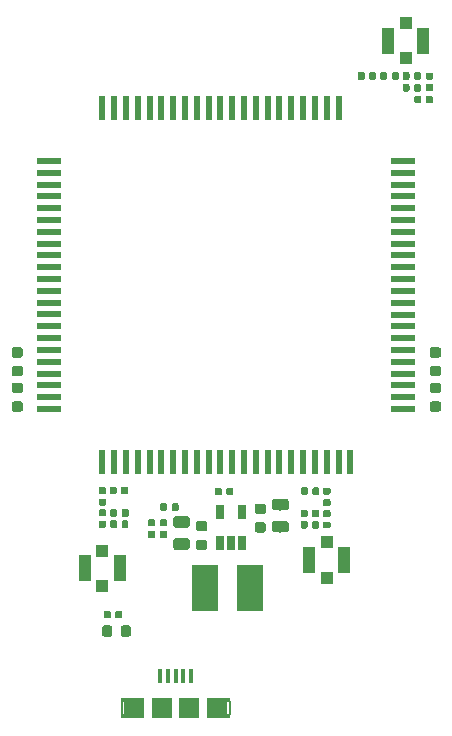
<source format=gtp>
G04 #@! TF.GenerationSoftware,KiCad,Pcbnew,(5.1.4-dirty)*
G04 #@! TF.CreationDate,2020-05-21T00:04:07+08:00*
G04 #@! TF.ProjectId,cicada-4g,63696361-6461-42d3-9467-2e6b69636164,0.1*
G04 #@! TF.SameCoordinates,PX7cee6c0PY3dfd240*
G04 #@! TF.FileFunction,Paste,Top*
G04 #@! TF.FilePolarity,Positive*
%FSLAX46Y46*%
G04 Gerber Fmt 4.6, Leading zero omitted, Abs format (unit mm)*
G04 Created by KiCad (PCBNEW (5.1.4-dirty)) date 2020-05-21 00:04:07*
%MOMM*%
%LPD*%
G04 APERTURE LIST*
%ADD10R,1.998980X0.599440*%
%ADD11R,0.599440X1.998980*%
%ADD12R,1.000000X1.000000*%
%ADD13R,1.050000X2.200000*%
%ADD14R,1.700000X1.800000*%
%ADD15C,0.400000*%
%ADD16R,1.750000X1.800000*%
%ADD17R,0.150000X1.300000*%
%ADD18R,0.300000X1.250000*%
%ADD19R,2.200000X3.900000*%
%ADD20C,0.150000*%
%ADD21C,0.590000*%
%ADD22C,0.875000*%
%ADD23R,0.650000X1.220000*%
%ADD24C,0.975000*%
G04 APERTURE END LIST*
D10*
X34996100Y-32499260D03*
X34996100Y-33499260D03*
X34996100Y-34499260D03*
X34996100Y-35499260D03*
D11*
X10500000Y-41000000D03*
X11500000Y-41000000D03*
X9500000Y-41000000D03*
D10*
X5000000Y-36500000D03*
X34996100Y-15502340D03*
X34996100Y-16500560D03*
X34996100Y-17501320D03*
X34996100Y-18502080D03*
X34996100Y-19500300D03*
X34996100Y-20501060D03*
X34996100Y-21501820D03*
X34996100Y-22500040D03*
X34996100Y-23498260D03*
X34996100Y-24499020D03*
X34996100Y-25499780D03*
X34996100Y-26498000D03*
X34996100Y-27498760D03*
X34996100Y-28499520D03*
X34996100Y-29497740D03*
X34996100Y-30498500D03*
X34996100Y-31499260D03*
X34996100Y-36500000D03*
D11*
X30498540Y-40993500D03*
X29497780Y-40993500D03*
X28499560Y-40993500D03*
X27498800Y-40993500D03*
X26498040Y-40993500D03*
X25499820Y-40993500D03*
X24499060Y-40993500D03*
X23498300Y-40993500D03*
X22500080Y-40993500D03*
X21501860Y-40993500D03*
X20501100Y-40993500D03*
X19500340Y-40993500D03*
X18502120Y-40993500D03*
X17501360Y-40993500D03*
X16500600Y-40993500D03*
X15502380Y-40993500D03*
X14501620Y-40993500D03*
X13500860Y-40993500D03*
X12500100Y-40993500D03*
D10*
X5000000Y-15500000D03*
X5000000Y-16500000D03*
X5001300Y-35498460D03*
X5001300Y-34497700D03*
X5001300Y-33499480D03*
X5001300Y-32498720D03*
X5001300Y-31497960D03*
X5001300Y-30499740D03*
X5001300Y-29498980D03*
X5001300Y-28498220D03*
X5001300Y-27500000D03*
X5001300Y-26501780D03*
X5001300Y-25501020D03*
X5001300Y-24500260D03*
X5001300Y-23502040D03*
X5001300Y-22501280D03*
X5001300Y-21500520D03*
X5001300Y-20502300D03*
X5001300Y-19501540D03*
X5001300Y-18500780D03*
X5001300Y-17500020D03*
D11*
X9500020Y-11001300D03*
X10500780Y-11001300D03*
X11501540Y-11001300D03*
X12502300Y-11001300D03*
X13500520Y-11001300D03*
X14501280Y-11001300D03*
X15502040Y-11001300D03*
X16500260Y-11001300D03*
X17501020Y-11001300D03*
X18501780Y-11001300D03*
X19500000Y-11001300D03*
X20498220Y-11001300D03*
X21498980Y-11001300D03*
X22499740Y-11001300D03*
X23497960Y-11001300D03*
X24498720Y-11001300D03*
X25499480Y-11001300D03*
X26497700Y-11001300D03*
X27498460Y-11001300D03*
X28499220Y-11001300D03*
X29499980Y-11001300D03*
D12*
X9500000Y-48500000D03*
X9500000Y-51500000D03*
D13*
X8025000Y-50000000D03*
X10975000Y-50000000D03*
D12*
X35200000Y-6800000D03*
X35200000Y-3800000D03*
D13*
X36675000Y-5300000D03*
X33725000Y-5300000D03*
D12*
X28500000Y-47800000D03*
X28500000Y-50800000D03*
D13*
X27025000Y-49300000D03*
X29975000Y-49300000D03*
D14*
X14550000Y-61800000D03*
X16850000Y-61800000D03*
D15*
X11250000Y-61100000D03*
X11250000Y-62500000D03*
X20150000Y-61100000D03*
X20150000Y-62500000D03*
D16*
X12175000Y-61800000D03*
X19225000Y-61800000D03*
D17*
X11125000Y-61800000D03*
X20275000Y-61800000D03*
D18*
X14400000Y-59125000D03*
X15050000Y-59125000D03*
X15700000Y-59125000D03*
X16350000Y-59125000D03*
X17000000Y-59125000D03*
D19*
X18200000Y-51650000D03*
X22000000Y-51650000D03*
D20*
G36*
X28686958Y-43155710D02*
G01*
X28701276Y-43157834D01*
X28715317Y-43161351D01*
X28728946Y-43166228D01*
X28742031Y-43172417D01*
X28754447Y-43179858D01*
X28766073Y-43188481D01*
X28776798Y-43198202D01*
X28786519Y-43208927D01*
X28795142Y-43220553D01*
X28802583Y-43232969D01*
X28808772Y-43246054D01*
X28813649Y-43259683D01*
X28817166Y-43273724D01*
X28819290Y-43288042D01*
X28820000Y-43302500D01*
X28820000Y-43597500D01*
X28819290Y-43611958D01*
X28817166Y-43626276D01*
X28813649Y-43640317D01*
X28808772Y-43653946D01*
X28802583Y-43667031D01*
X28795142Y-43679447D01*
X28786519Y-43691073D01*
X28776798Y-43701798D01*
X28766073Y-43711519D01*
X28754447Y-43720142D01*
X28742031Y-43727583D01*
X28728946Y-43733772D01*
X28715317Y-43738649D01*
X28701276Y-43742166D01*
X28686958Y-43744290D01*
X28672500Y-43745000D01*
X28327500Y-43745000D01*
X28313042Y-43744290D01*
X28298724Y-43742166D01*
X28284683Y-43738649D01*
X28271054Y-43733772D01*
X28257969Y-43727583D01*
X28245553Y-43720142D01*
X28233927Y-43711519D01*
X28223202Y-43701798D01*
X28213481Y-43691073D01*
X28204858Y-43679447D01*
X28197417Y-43667031D01*
X28191228Y-43653946D01*
X28186351Y-43640317D01*
X28182834Y-43626276D01*
X28180710Y-43611958D01*
X28180000Y-43597500D01*
X28180000Y-43302500D01*
X28180710Y-43288042D01*
X28182834Y-43273724D01*
X28186351Y-43259683D01*
X28191228Y-43246054D01*
X28197417Y-43232969D01*
X28204858Y-43220553D01*
X28213481Y-43208927D01*
X28223202Y-43198202D01*
X28233927Y-43188481D01*
X28245553Y-43179858D01*
X28257969Y-43172417D01*
X28271054Y-43166228D01*
X28284683Y-43161351D01*
X28298724Y-43157834D01*
X28313042Y-43155710D01*
X28327500Y-43155000D01*
X28672500Y-43155000D01*
X28686958Y-43155710D01*
X28686958Y-43155710D01*
G37*
D21*
X28500000Y-43450000D03*
D20*
G36*
X28686958Y-44125710D02*
G01*
X28701276Y-44127834D01*
X28715317Y-44131351D01*
X28728946Y-44136228D01*
X28742031Y-44142417D01*
X28754447Y-44149858D01*
X28766073Y-44158481D01*
X28776798Y-44168202D01*
X28786519Y-44178927D01*
X28795142Y-44190553D01*
X28802583Y-44202969D01*
X28808772Y-44216054D01*
X28813649Y-44229683D01*
X28817166Y-44243724D01*
X28819290Y-44258042D01*
X28820000Y-44272500D01*
X28820000Y-44567500D01*
X28819290Y-44581958D01*
X28817166Y-44596276D01*
X28813649Y-44610317D01*
X28808772Y-44623946D01*
X28802583Y-44637031D01*
X28795142Y-44649447D01*
X28786519Y-44661073D01*
X28776798Y-44671798D01*
X28766073Y-44681519D01*
X28754447Y-44690142D01*
X28742031Y-44697583D01*
X28728946Y-44703772D01*
X28715317Y-44708649D01*
X28701276Y-44712166D01*
X28686958Y-44714290D01*
X28672500Y-44715000D01*
X28327500Y-44715000D01*
X28313042Y-44714290D01*
X28298724Y-44712166D01*
X28284683Y-44708649D01*
X28271054Y-44703772D01*
X28257969Y-44697583D01*
X28245553Y-44690142D01*
X28233927Y-44681519D01*
X28223202Y-44671798D01*
X28213481Y-44661073D01*
X28204858Y-44649447D01*
X28197417Y-44637031D01*
X28191228Y-44623946D01*
X28186351Y-44610317D01*
X28182834Y-44596276D01*
X28180710Y-44581958D01*
X28180000Y-44567500D01*
X28180000Y-44272500D01*
X28180710Y-44258042D01*
X28182834Y-44243724D01*
X28186351Y-44229683D01*
X28191228Y-44216054D01*
X28197417Y-44202969D01*
X28204858Y-44190553D01*
X28213481Y-44178927D01*
X28223202Y-44168202D01*
X28233927Y-44158481D01*
X28245553Y-44149858D01*
X28257969Y-44142417D01*
X28271054Y-44136228D01*
X28284683Y-44131351D01*
X28298724Y-44127834D01*
X28313042Y-44125710D01*
X28327500Y-44125000D01*
X28672500Y-44125000D01*
X28686958Y-44125710D01*
X28686958Y-44125710D01*
G37*
D21*
X28500000Y-44420000D03*
D20*
G36*
X2577691Y-31276053D02*
G01*
X2598926Y-31279203D01*
X2619750Y-31284419D01*
X2639962Y-31291651D01*
X2659368Y-31300830D01*
X2677781Y-31311866D01*
X2695024Y-31324654D01*
X2710930Y-31339070D01*
X2725346Y-31354976D01*
X2738134Y-31372219D01*
X2749170Y-31390632D01*
X2758349Y-31410038D01*
X2765581Y-31430250D01*
X2770797Y-31451074D01*
X2773947Y-31472309D01*
X2775000Y-31493750D01*
X2775000Y-31931250D01*
X2773947Y-31952691D01*
X2770797Y-31973926D01*
X2765581Y-31994750D01*
X2758349Y-32014962D01*
X2749170Y-32034368D01*
X2738134Y-32052781D01*
X2725346Y-32070024D01*
X2710930Y-32085930D01*
X2695024Y-32100346D01*
X2677781Y-32113134D01*
X2659368Y-32124170D01*
X2639962Y-32133349D01*
X2619750Y-32140581D01*
X2598926Y-32145797D01*
X2577691Y-32148947D01*
X2556250Y-32150000D01*
X2043750Y-32150000D01*
X2022309Y-32148947D01*
X2001074Y-32145797D01*
X1980250Y-32140581D01*
X1960038Y-32133349D01*
X1940632Y-32124170D01*
X1922219Y-32113134D01*
X1904976Y-32100346D01*
X1889070Y-32085930D01*
X1874654Y-32070024D01*
X1861866Y-32052781D01*
X1850830Y-32034368D01*
X1841651Y-32014962D01*
X1834419Y-31994750D01*
X1829203Y-31973926D01*
X1826053Y-31952691D01*
X1825000Y-31931250D01*
X1825000Y-31493750D01*
X1826053Y-31472309D01*
X1829203Y-31451074D01*
X1834419Y-31430250D01*
X1841651Y-31410038D01*
X1850830Y-31390632D01*
X1861866Y-31372219D01*
X1874654Y-31354976D01*
X1889070Y-31339070D01*
X1904976Y-31324654D01*
X1922219Y-31311866D01*
X1940632Y-31300830D01*
X1960038Y-31291651D01*
X1980250Y-31284419D01*
X2001074Y-31279203D01*
X2022309Y-31276053D01*
X2043750Y-31275000D01*
X2556250Y-31275000D01*
X2577691Y-31276053D01*
X2577691Y-31276053D01*
G37*
D22*
X2300000Y-31712500D03*
D20*
G36*
X2577691Y-32851053D02*
G01*
X2598926Y-32854203D01*
X2619750Y-32859419D01*
X2639962Y-32866651D01*
X2659368Y-32875830D01*
X2677781Y-32886866D01*
X2695024Y-32899654D01*
X2710930Y-32914070D01*
X2725346Y-32929976D01*
X2738134Y-32947219D01*
X2749170Y-32965632D01*
X2758349Y-32985038D01*
X2765581Y-33005250D01*
X2770797Y-33026074D01*
X2773947Y-33047309D01*
X2775000Y-33068750D01*
X2775000Y-33506250D01*
X2773947Y-33527691D01*
X2770797Y-33548926D01*
X2765581Y-33569750D01*
X2758349Y-33589962D01*
X2749170Y-33609368D01*
X2738134Y-33627781D01*
X2725346Y-33645024D01*
X2710930Y-33660930D01*
X2695024Y-33675346D01*
X2677781Y-33688134D01*
X2659368Y-33699170D01*
X2639962Y-33708349D01*
X2619750Y-33715581D01*
X2598926Y-33720797D01*
X2577691Y-33723947D01*
X2556250Y-33725000D01*
X2043750Y-33725000D01*
X2022309Y-33723947D01*
X2001074Y-33720797D01*
X1980250Y-33715581D01*
X1960038Y-33708349D01*
X1940632Y-33699170D01*
X1922219Y-33688134D01*
X1904976Y-33675346D01*
X1889070Y-33660930D01*
X1874654Y-33645024D01*
X1861866Y-33627781D01*
X1850830Y-33609368D01*
X1841651Y-33589962D01*
X1834419Y-33569750D01*
X1829203Y-33548926D01*
X1826053Y-33527691D01*
X1825000Y-33506250D01*
X1825000Y-33068750D01*
X1826053Y-33047309D01*
X1829203Y-33026074D01*
X1834419Y-33005250D01*
X1841651Y-32985038D01*
X1850830Y-32965632D01*
X1861866Y-32947219D01*
X1874654Y-32929976D01*
X1889070Y-32914070D01*
X1904976Y-32899654D01*
X1922219Y-32886866D01*
X1940632Y-32875830D01*
X1960038Y-32866651D01*
X1980250Y-32859419D01*
X2001074Y-32854203D01*
X2022309Y-32851053D01*
X2043750Y-32850000D01*
X2556250Y-32850000D01*
X2577691Y-32851053D01*
X2577691Y-32851053D01*
G37*
D22*
X2300000Y-33287500D03*
D20*
G36*
X37977691Y-31276053D02*
G01*
X37998926Y-31279203D01*
X38019750Y-31284419D01*
X38039962Y-31291651D01*
X38059368Y-31300830D01*
X38077781Y-31311866D01*
X38095024Y-31324654D01*
X38110930Y-31339070D01*
X38125346Y-31354976D01*
X38138134Y-31372219D01*
X38149170Y-31390632D01*
X38158349Y-31410038D01*
X38165581Y-31430250D01*
X38170797Y-31451074D01*
X38173947Y-31472309D01*
X38175000Y-31493750D01*
X38175000Y-31931250D01*
X38173947Y-31952691D01*
X38170797Y-31973926D01*
X38165581Y-31994750D01*
X38158349Y-32014962D01*
X38149170Y-32034368D01*
X38138134Y-32052781D01*
X38125346Y-32070024D01*
X38110930Y-32085930D01*
X38095024Y-32100346D01*
X38077781Y-32113134D01*
X38059368Y-32124170D01*
X38039962Y-32133349D01*
X38019750Y-32140581D01*
X37998926Y-32145797D01*
X37977691Y-32148947D01*
X37956250Y-32150000D01*
X37443750Y-32150000D01*
X37422309Y-32148947D01*
X37401074Y-32145797D01*
X37380250Y-32140581D01*
X37360038Y-32133349D01*
X37340632Y-32124170D01*
X37322219Y-32113134D01*
X37304976Y-32100346D01*
X37289070Y-32085930D01*
X37274654Y-32070024D01*
X37261866Y-32052781D01*
X37250830Y-32034368D01*
X37241651Y-32014962D01*
X37234419Y-31994750D01*
X37229203Y-31973926D01*
X37226053Y-31952691D01*
X37225000Y-31931250D01*
X37225000Y-31493750D01*
X37226053Y-31472309D01*
X37229203Y-31451074D01*
X37234419Y-31430250D01*
X37241651Y-31410038D01*
X37250830Y-31390632D01*
X37261866Y-31372219D01*
X37274654Y-31354976D01*
X37289070Y-31339070D01*
X37304976Y-31324654D01*
X37322219Y-31311866D01*
X37340632Y-31300830D01*
X37360038Y-31291651D01*
X37380250Y-31284419D01*
X37401074Y-31279203D01*
X37422309Y-31276053D01*
X37443750Y-31275000D01*
X37956250Y-31275000D01*
X37977691Y-31276053D01*
X37977691Y-31276053D01*
G37*
D22*
X37700000Y-31712500D03*
D20*
G36*
X37977691Y-32851053D02*
G01*
X37998926Y-32854203D01*
X38019750Y-32859419D01*
X38039962Y-32866651D01*
X38059368Y-32875830D01*
X38077781Y-32886866D01*
X38095024Y-32899654D01*
X38110930Y-32914070D01*
X38125346Y-32929976D01*
X38138134Y-32947219D01*
X38149170Y-32965632D01*
X38158349Y-32985038D01*
X38165581Y-33005250D01*
X38170797Y-33026074D01*
X38173947Y-33047309D01*
X38175000Y-33068750D01*
X38175000Y-33506250D01*
X38173947Y-33527691D01*
X38170797Y-33548926D01*
X38165581Y-33569750D01*
X38158349Y-33589962D01*
X38149170Y-33609368D01*
X38138134Y-33627781D01*
X38125346Y-33645024D01*
X38110930Y-33660930D01*
X38095024Y-33675346D01*
X38077781Y-33688134D01*
X38059368Y-33699170D01*
X38039962Y-33708349D01*
X38019750Y-33715581D01*
X37998926Y-33720797D01*
X37977691Y-33723947D01*
X37956250Y-33725000D01*
X37443750Y-33725000D01*
X37422309Y-33723947D01*
X37401074Y-33720797D01*
X37380250Y-33715581D01*
X37360038Y-33708349D01*
X37340632Y-33699170D01*
X37322219Y-33688134D01*
X37304976Y-33675346D01*
X37289070Y-33660930D01*
X37274654Y-33645024D01*
X37261866Y-33627781D01*
X37250830Y-33609368D01*
X37241651Y-33589962D01*
X37234419Y-33569750D01*
X37229203Y-33548926D01*
X37226053Y-33527691D01*
X37225000Y-33506250D01*
X37225000Y-33068750D01*
X37226053Y-33047309D01*
X37229203Y-33026074D01*
X37234419Y-33005250D01*
X37241651Y-32985038D01*
X37250830Y-32965632D01*
X37261866Y-32947219D01*
X37274654Y-32929976D01*
X37289070Y-32914070D01*
X37304976Y-32899654D01*
X37322219Y-32886866D01*
X37340632Y-32875830D01*
X37360038Y-32866651D01*
X37380250Y-32859419D01*
X37401074Y-32854203D01*
X37422309Y-32851053D01*
X37443750Y-32850000D01*
X37956250Y-32850000D01*
X37977691Y-32851053D01*
X37977691Y-32851053D01*
G37*
D22*
X37700000Y-33287500D03*
D20*
G36*
X14852694Y-44480710D02*
G01*
X14867012Y-44482834D01*
X14881053Y-44486351D01*
X14894682Y-44491228D01*
X14907767Y-44497417D01*
X14920183Y-44504858D01*
X14931809Y-44513481D01*
X14942534Y-44523202D01*
X14952255Y-44533927D01*
X14960878Y-44545553D01*
X14968319Y-44557969D01*
X14974508Y-44571054D01*
X14979385Y-44584683D01*
X14982902Y-44598724D01*
X14985026Y-44613042D01*
X14985736Y-44627500D01*
X14985736Y-44972500D01*
X14985026Y-44986958D01*
X14982902Y-45001276D01*
X14979385Y-45015317D01*
X14974508Y-45028946D01*
X14968319Y-45042031D01*
X14960878Y-45054447D01*
X14952255Y-45066073D01*
X14942534Y-45076798D01*
X14931809Y-45086519D01*
X14920183Y-45095142D01*
X14907767Y-45102583D01*
X14894682Y-45108772D01*
X14881053Y-45113649D01*
X14867012Y-45117166D01*
X14852694Y-45119290D01*
X14838236Y-45120000D01*
X14543236Y-45120000D01*
X14528778Y-45119290D01*
X14514460Y-45117166D01*
X14500419Y-45113649D01*
X14486790Y-45108772D01*
X14473705Y-45102583D01*
X14461289Y-45095142D01*
X14449663Y-45086519D01*
X14438938Y-45076798D01*
X14429217Y-45066073D01*
X14420594Y-45054447D01*
X14413153Y-45042031D01*
X14406964Y-45028946D01*
X14402087Y-45015317D01*
X14398570Y-45001276D01*
X14396446Y-44986958D01*
X14395736Y-44972500D01*
X14395736Y-44627500D01*
X14396446Y-44613042D01*
X14398570Y-44598724D01*
X14402087Y-44584683D01*
X14406964Y-44571054D01*
X14413153Y-44557969D01*
X14420594Y-44545553D01*
X14429217Y-44533927D01*
X14438938Y-44523202D01*
X14449663Y-44513481D01*
X14461289Y-44504858D01*
X14473705Y-44497417D01*
X14486790Y-44491228D01*
X14500419Y-44486351D01*
X14514460Y-44482834D01*
X14528778Y-44480710D01*
X14543236Y-44480000D01*
X14838236Y-44480000D01*
X14852694Y-44480710D01*
X14852694Y-44480710D01*
G37*
D21*
X14690736Y-44800000D03*
D20*
G36*
X15822694Y-44480710D02*
G01*
X15837012Y-44482834D01*
X15851053Y-44486351D01*
X15864682Y-44491228D01*
X15877767Y-44497417D01*
X15890183Y-44504858D01*
X15901809Y-44513481D01*
X15912534Y-44523202D01*
X15922255Y-44533927D01*
X15930878Y-44545553D01*
X15938319Y-44557969D01*
X15944508Y-44571054D01*
X15949385Y-44584683D01*
X15952902Y-44598724D01*
X15955026Y-44613042D01*
X15955736Y-44627500D01*
X15955736Y-44972500D01*
X15955026Y-44986958D01*
X15952902Y-45001276D01*
X15949385Y-45015317D01*
X15944508Y-45028946D01*
X15938319Y-45042031D01*
X15930878Y-45054447D01*
X15922255Y-45066073D01*
X15912534Y-45076798D01*
X15901809Y-45086519D01*
X15890183Y-45095142D01*
X15877767Y-45102583D01*
X15864682Y-45108772D01*
X15851053Y-45113649D01*
X15837012Y-45117166D01*
X15822694Y-45119290D01*
X15808236Y-45120000D01*
X15513236Y-45120000D01*
X15498778Y-45119290D01*
X15484460Y-45117166D01*
X15470419Y-45113649D01*
X15456790Y-45108772D01*
X15443705Y-45102583D01*
X15431289Y-45095142D01*
X15419663Y-45086519D01*
X15408938Y-45076798D01*
X15399217Y-45066073D01*
X15390594Y-45054447D01*
X15383153Y-45042031D01*
X15376964Y-45028946D01*
X15372087Y-45015317D01*
X15368570Y-45001276D01*
X15366446Y-44986958D01*
X15365736Y-44972500D01*
X15365736Y-44627500D01*
X15366446Y-44613042D01*
X15368570Y-44598724D01*
X15372087Y-44584683D01*
X15376964Y-44571054D01*
X15383153Y-44557969D01*
X15390594Y-44545553D01*
X15399217Y-44533927D01*
X15408938Y-44523202D01*
X15419663Y-44513481D01*
X15431289Y-44504858D01*
X15443705Y-44497417D01*
X15456790Y-44491228D01*
X15470419Y-44486351D01*
X15484460Y-44482834D01*
X15498778Y-44480710D01*
X15513236Y-44480000D01*
X15808236Y-44480000D01*
X15822694Y-44480710D01*
X15822694Y-44480710D01*
G37*
D21*
X15660736Y-44800000D03*
D20*
G36*
X20461958Y-43180710D02*
G01*
X20476276Y-43182834D01*
X20490317Y-43186351D01*
X20503946Y-43191228D01*
X20517031Y-43197417D01*
X20529447Y-43204858D01*
X20541073Y-43213481D01*
X20551798Y-43223202D01*
X20561519Y-43233927D01*
X20570142Y-43245553D01*
X20577583Y-43257969D01*
X20583772Y-43271054D01*
X20588649Y-43284683D01*
X20592166Y-43298724D01*
X20594290Y-43313042D01*
X20595000Y-43327500D01*
X20595000Y-43672500D01*
X20594290Y-43686958D01*
X20592166Y-43701276D01*
X20588649Y-43715317D01*
X20583772Y-43728946D01*
X20577583Y-43742031D01*
X20570142Y-43754447D01*
X20561519Y-43766073D01*
X20551798Y-43776798D01*
X20541073Y-43786519D01*
X20529447Y-43795142D01*
X20517031Y-43802583D01*
X20503946Y-43808772D01*
X20490317Y-43813649D01*
X20476276Y-43817166D01*
X20461958Y-43819290D01*
X20447500Y-43820000D01*
X20152500Y-43820000D01*
X20138042Y-43819290D01*
X20123724Y-43817166D01*
X20109683Y-43813649D01*
X20096054Y-43808772D01*
X20082969Y-43802583D01*
X20070553Y-43795142D01*
X20058927Y-43786519D01*
X20048202Y-43776798D01*
X20038481Y-43766073D01*
X20029858Y-43754447D01*
X20022417Y-43742031D01*
X20016228Y-43728946D01*
X20011351Y-43715317D01*
X20007834Y-43701276D01*
X20005710Y-43686958D01*
X20005000Y-43672500D01*
X20005000Y-43327500D01*
X20005710Y-43313042D01*
X20007834Y-43298724D01*
X20011351Y-43284683D01*
X20016228Y-43271054D01*
X20022417Y-43257969D01*
X20029858Y-43245553D01*
X20038481Y-43233927D01*
X20048202Y-43223202D01*
X20058927Y-43213481D01*
X20070553Y-43204858D01*
X20082969Y-43197417D01*
X20096054Y-43191228D01*
X20109683Y-43186351D01*
X20123724Y-43182834D01*
X20138042Y-43180710D01*
X20152500Y-43180000D01*
X20447500Y-43180000D01*
X20461958Y-43180710D01*
X20461958Y-43180710D01*
G37*
D21*
X20300000Y-43500000D03*
D20*
G36*
X19491958Y-43180710D02*
G01*
X19506276Y-43182834D01*
X19520317Y-43186351D01*
X19533946Y-43191228D01*
X19547031Y-43197417D01*
X19559447Y-43204858D01*
X19571073Y-43213481D01*
X19581798Y-43223202D01*
X19591519Y-43233927D01*
X19600142Y-43245553D01*
X19607583Y-43257969D01*
X19613772Y-43271054D01*
X19618649Y-43284683D01*
X19622166Y-43298724D01*
X19624290Y-43313042D01*
X19625000Y-43327500D01*
X19625000Y-43672500D01*
X19624290Y-43686958D01*
X19622166Y-43701276D01*
X19618649Y-43715317D01*
X19613772Y-43728946D01*
X19607583Y-43742031D01*
X19600142Y-43754447D01*
X19591519Y-43766073D01*
X19581798Y-43776798D01*
X19571073Y-43786519D01*
X19559447Y-43795142D01*
X19547031Y-43802583D01*
X19533946Y-43808772D01*
X19520317Y-43813649D01*
X19506276Y-43817166D01*
X19491958Y-43819290D01*
X19477500Y-43820000D01*
X19182500Y-43820000D01*
X19168042Y-43819290D01*
X19153724Y-43817166D01*
X19139683Y-43813649D01*
X19126054Y-43808772D01*
X19112969Y-43802583D01*
X19100553Y-43795142D01*
X19088927Y-43786519D01*
X19078202Y-43776798D01*
X19068481Y-43766073D01*
X19059858Y-43754447D01*
X19052417Y-43742031D01*
X19046228Y-43728946D01*
X19041351Y-43715317D01*
X19037834Y-43701276D01*
X19035710Y-43686958D01*
X19035000Y-43672500D01*
X19035000Y-43327500D01*
X19035710Y-43313042D01*
X19037834Y-43298724D01*
X19041351Y-43284683D01*
X19046228Y-43271054D01*
X19052417Y-43257969D01*
X19059858Y-43245553D01*
X19068481Y-43233927D01*
X19078202Y-43223202D01*
X19088927Y-43213481D01*
X19100553Y-43204858D01*
X19112969Y-43197417D01*
X19126054Y-43191228D01*
X19139683Y-43186351D01*
X19153724Y-43182834D01*
X19168042Y-43180710D01*
X19182500Y-43180000D01*
X19477500Y-43180000D01*
X19491958Y-43180710D01*
X19491958Y-43180710D01*
G37*
D21*
X19330000Y-43500000D03*
D20*
G36*
X14862694Y-46817919D02*
G01*
X14877012Y-46820043D01*
X14891053Y-46823560D01*
X14904682Y-46828437D01*
X14917767Y-46834626D01*
X14930183Y-46842067D01*
X14941809Y-46850690D01*
X14952534Y-46860411D01*
X14962255Y-46871136D01*
X14970878Y-46882762D01*
X14978319Y-46895178D01*
X14984508Y-46908263D01*
X14989385Y-46921892D01*
X14992902Y-46935933D01*
X14995026Y-46950251D01*
X14995736Y-46964709D01*
X14995736Y-47259709D01*
X14995026Y-47274167D01*
X14992902Y-47288485D01*
X14989385Y-47302526D01*
X14984508Y-47316155D01*
X14978319Y-47329240D01*
X14970878Y-47341656D01*
X14962255Y-47353282D01*
X14952534Y-47364007D01*
X14941809Y-47373728D01*
X14930183Y-47382351D01*
X14917767Y-47389792D01*
X14904682Y-47395981D01*
X14891053Y-47400858D01*
X14877012Y-47404375D01*
X14862694Y-47406499D01*
X14848236Y-47407209D01*
X14503236Y-47407209D01*
X14488778Y-47406499D01*
X14474460Y-47404375D01*
X14460419Y-47400858D01*
X14446790Y-47395981D01*
X14433705Y-47389792D01*
X14421289Y-47382351D01*
X14409663Y-47373728D01*
X14398938Y-47364007D01*
X14389217Y-47353282D01*
X14380594Y-47341656D01*
X14373153Y-47329240D01*
X14366964Y-47316155D01*
X14362087Y-47302526D01*
X14358570Y-47288485D01*
X14356446Y-47274167D01*
X14355736Y-47259709D01*
X14355736Y-46964709D01*
X14356446Y-46950251D01*
X14358570Y-46935933D01*
X14362087Y-46921892D01*
X14366964Y-46908263D01*
X14373153Y-46895178D01*
X14380594Y-46882762D01*
X14389217Y-46871136D01*
X14398938Y-46860411D01*
X14409663Y-46850690D01*
X14421289Y-46842067D01*
X14433705Y-46834626D01*
X14446790Y-46828437D01*
X14460419Y-46823560D01*
X14474460Y-46820043D01*
X14488778Y-46817919D01*
X14503236Y-46817209D01*
X14848236Y-46817209D01*
X14862694Y-46817919D01*
X14862694Y-46817919D01*
G37*
D21*
X14675736Y-47112209D03*
D20*
G36*
X14862694Y-45847919D02*
G01*
X14877012Y-45850043D01*
X14891053Y-45853560D01*
X14904682Y-45858437D01*
X14917767Y-45864626D01*
X14930183Y-45872067D01*
X14941809Y-45880690D01*
X14952534Y-45890411D01*
X14962255Y-45901136D01*
X14970878Y-45912762D01*
X14978319Y-45925178D01*
X14984508Y-45938263D01*
X14989385Y-45951892D01*
X14992902Y-45965933D01*
X14995026Y-45980251D01*
X14995736Y-45994709D01*
X14995736Y-46289709D01*
X14995026Y-46304167D01*
X14992902Y-46318485D01*
X14989385Y-46332526D01*
X14984508Y-46346155D01*
X14978319Y-46359240D01*
X14970878Y-46371656D01*
X14962255Y-46383282D01*
X14952534Y-46394007D01*
X14941809Y-46403728D01*
X14930183Y-46412351D01*
X14917767Y-46419792D01*
X14904682Y-46425981D01*
X14891053Y-46430858D01*
X14877012Y-46434375D01*
X14862694Y-46436499D01*
X14848236Y-46437209D01*
X14503236Y-46437209D01*
X14488778Y-46436499D01*
X14474460Y-46434375D01*
X14460419Y-46430858D01*
X14446790Y-46425981D01*
X14433705Y-46419792D01*
X14421289Y-46412351D01*
X14409663Y-46403728D01*
X14398938Y-46394007D01*
X14389217Y-46383282D01*
X14380594Y-46371656D01*
X14373153Y-46359240D01*
X14366964Y-46346155D01*
X14362087Y-46332526D01*
X14358570Y-46318485D01*
X14356446Y-46304167D01*
X14355736Y-46289709D01*
X14355736Y-45994709D01*
X14356446Y-45980251D01*
X14358570Y-45965933D01*
X14362087Y-45951892D01*
X14366964Y-45938263D01*
X14373153Y-45925178D01*
X14380594Y-45912762D01*
X14389217Y-45901136D01*
X14398938Y-45890411D01*
X14409663Y-45880690D01*
X14421289Y-45872067D01*
X14433705Y-45864626D01*
X14446790Y-45858437D01*
X14460419Y-45853560D01*
X14474460Y-45850043D01*
X14488778Y-45847919D01*
X14503236Y-45847209D01*
X14848236Y-45847209D01*
X14862694Y-45847919D01*
X14862694Y-45847919D01*
G37*
D21*
X14675736Y-46142209D03*
D20*
G36*
X31576958Y-7980710D02*
G01*
X31591276Y-7982834D01*
X31605317Y-7986351D01*
X31618946Y-7991228D01*
X31632031Y-7997417D01*
X31644447Y-8004858D01*
X31656073Y-8013481D01*
X31666798Y-8023202D01*
X31676519Y-8033927D01*
X31685142Y-8045553D01*
X31692583Y-8057969D01*
X31698772Y-8071054D01*
X31703649Y-8084683D01*
X31707166Y-8098724D01*
X31709290Y-8113042D01*
X31710000Y-8127500D01*
X31710000Y-8472500D01*
X31709290Y-8486958D01*
X31707166Y-8501276D01*
X31703649Y-8515317D01*
X31698772Y-8528946D01*
X31692583Y-8542031D01*
X31685142Y-8554447D01*
X31676519Y-8566073D01*
X31666798Y-8576798D01*
X31656073Y-8586519D01*
X31644447Y-8595142D01*
X31632031Y-8602583D01*
X31618946Y-8608772D01*
X31605317Y-8613649D01*
X31591276Y-8617166D01*
X31576958Y-8619290D01*
X31562500Y-8620000D01*
X31267500Y-8620000D01*
X31253042Y-8619290D01*
X31238724Y-8617166D01*
X31224683Y-8613649D01*
X31211054Y-8608772D01*
X31197969Y-8602583D01*
X31185553Y-8595142D01*
X31173927Y-8586519D01*
X31163202Y-8576798D01*
X31153481Y-8566073D01*
X31144858Y-8554447D01*
X31137417Y-8542031D01*
X31131228Y-8528946D01*
X31126351Y-8515317D01*
X31122834Y-8501276D01*
X31120710Y-8486958D01*
X31120000Y-8472500D01*
X31120000Y-8127500D01*
X31120710Y-8113042D01*
X31122834Y-8098724D01*
X31126351Y-8084683D01*
X31131228Y-8071054D01*
X31137417Y-8057969D01*
X31144858Y-8045553D01*
X31153481Y-8033927D01*
X31163202Y-8023202D01*
X31173927Y-8013481D01*
X31185553Y-8004858D01*
X31197969Y-7997417D01*
X31211054Y-7991228D01*
X31224683Y-7986351D01*
X31238724Y-7982834D01*
X31253042Y-7980710D01*
X31267500Y-7980000D01*
X31562500Y-7980000D01*
X31576958Y-7980710D01*
X31576958Y-7980710D01*
G37*
D21*
X31415000Y-8300000D03*
D20*
G36*
X32546958Y-7980710D02*
G01*
X32561276Y-7982834D01*
X32575317Y-7986351D01*
X32588946Y-7991228D01*
X32602031Y-7997417D01*
X32614447Y-8004858D01*
X32626073Y-8013481D01*
X32636798Y-8023202D01*
X32646519Y-8033927D01*
X32655142Y-8045553D01*
X32662583Y-8057969D01*
X32668772Y-8071054D01*
X32673649Y-8084683D01*
X32677166Y-8098724D01*
X32679290Y-8113042D01*
X32680000Y-8127500D01*
X32680000Y-8472500D01*
X32679290Y-8486958D01*
X32677166Y-8501276D01*
X32673649Y-8515317D01*
X32668772Y-8528946D01*
X32662583Y-8542031D01*
X32655142Y-8554447D01*
X32646519Y-8566073D01*
X32636798Y-8576798D01*
X32626073Y-8586519D01*
X32614447Y-8595142D01*
X32602031Y-8602583D01*
X32588946Y-8608772D01*
X32575317Y-8613649D01*
X32561276Y-8617166D01*
X32546958Y-8619290D01*
X32532500Y-8620000D01*
X32237500Y-8620000D01*
X32223042Y-8619290D01*
X32208724Y-8617166D01*
X32194683Y-8613649D01*
X32181054Y-8608772D01*
X32167969Y-8602583D01*
X32155553Y-8595142D01*
X32143927Y-8586519D01*
X32133202Y-8576798D01*
X32123481Y-8566073D01*
X32114858Y-8554447D01*
X32107417Y-8542031D01*
X32101228Y-8528946D01*
X32096351Y-8515317D01*
X32092834Y-8501276D01*
X32090710Y-8486958D01*
X32090000Y-8472500D01*
X32090000Y-8127500D01*
X32090710Y-8113042D01*
X32092834Y-8098724D01*
X32096351Y-8084683D01*
X32101228Y-8071054D01*
X32107417Y-8057969D01*
X32114858Y-8045553D01*
X32123481Y-8033927D01*
X32133202Y-8023202D01*
X32143927Y-8013481D01*
X32155553Y-8004858D01*
X32167969Y-7997417D01*
X32181054Y-7991228D01*
X32194683Y-7986351D01*
X32208724Y-7982834D01*
X32223042Y-7980710D01*
X32237500Y-7980000D01*
X32532500Y-7980000D01*
X32546958Y-7980710D01*
X32546958Y-7980710D01*
G37*
D21*
X32385000Y-8300000D03*
D20*
G36*
X11046958Y-53580710D02*
G01*
X11061276Y-53582834D01*
X11075317Y-53586351D01*
X11088946Y-53591228D01*
X11102031Y-53597417D01*
X11114447Y-53604858D01*
X11126073Y-53613481D01*
X11136798Y-53623202D01*
X11146519Y-53633927D01*
X11155142Y-53645553D01*
X11162583Y-53657969D01*
X11168772Y-53671054D01*
X11173649Y-53684683D01*
X11177166Y-53698724D01*
X11179290Y-53713042D01*
X11180000Y-53727500D01*
X11180000Y-54072500D01*
X11179290Y-54086958D01*
X11177166Y-54101276D01*
X11173649Y-54115317D01*
X11168772Y-54128946D01*
X11162583Y-54142031D01*
X11155142Y-54154447D01*
X11146519Y-54166073D01*
X11136798Y-54176798D01*
X11126073Y-54186519D01*
X11114447Y-54195142D01*
X11102031Y-54202583D01*
X11088946Y-54208772D01*
X11075317Y-54213649D01*
X11061276Y-54217166D01*
X11046958Y-54219290D01*
X11032500Y-54220000D01*
X10737500Y-54220000D01*
X10723042Y-54219290D01*
X10708724Y-54217166D01*
X10694683Y-54213649D01*
X10681054Y-54208772D01*
X10667969Y-54202583D01*
X10655553Y-54195142D01*
X10643927Y-54186519D01*
X10633202Y-54176798D01*
X10623481Y-54166073D01*
X10614858Y-54154447D01*
X10607417Y-54142031D01*
X10601228Y-54128946D01*
X10596351Y-54115317D01*
X10592834Y-54101276D01*
X10590710Y-54086958D01*
X10590000Y-54072500D01*
X10590000Y-53727500D01*
X10590710Y-53713042D01*
X10592834Y-53698724D01*
X10596351Y-53684683D01*
X10601228Y-53671054D01*
X10607417Y-53657969D01*
X10614858Y-53645553D01*
X10623481Y-53633927D01*
X10633202Y-53623202D01*
X10643927Y-53613481D01*
X10655553Y-53604858D01*
X10667969Y-53597417D01*
X10681054Y-53591228D01*
X10694683Y-53586351D01*
X10708724Y-53582834D01*
X10723042Y-53580710D01*
X10737500Y-53580000D01*
X11032500Y-53580000D01*
X11046958Y-53580710D01*
X11046958Y-53580710D01*
G37*
D21*
X10885000Y-53900000D03*
D20*
G36*
X10076958Y-53580710D02*
G01*
X10091276Y-53582834D01*
X10105317Y-53586351D01*
X10118946Y-53591228D01*
X10132031Y-53597417D01*
X10144447Y-53604858D01*
X10156073Y-53613481D01*
X10166798Y-53623202D01*
X10176519Y-53633927D01*
X10185142Y-53645553D01*
X10192583Y-53657969D01*
X10198772Y-53671054D01*
X10203649Y-53684683D01*
X10207166Y-53698724D01*
X10209290Y-53713042D01*
X10210000Y-53727500D01*
X10210000Y-54072500D01*
X10209290Y-54086958D01*
X10207166Y-54101276D01*
X10203649Y-54115317D01*
X10198772Y-54128946D01*
X10192583Y-54142031D01*
X10185142Y-54154447D01*
X10176519Y-54166073D01*
X10166798Y-54176798D01*
X10156073Y-54186519D01*
X10144447Y-54195142D01*
X10132031Y-54202583D01*
X10118946Y-54208772D01*
X10105317Y-54213649D01*
X10091276Y-54217166D01*
X10076958Y-54219290D01*
X10062500Y-54220000D01*
X9767500Y-54220000D01*
X9753042Y-54219290D01*
X9738724Y-54217166D01*
X9724683Y-54213649D01*
X9711054Y-54208772D01*
X9697969Y-54202583D01*
X9685553Y-54195142D01*
X9673927Y-54186519D01*
X9663202Y-54176798D01*
X9653481Y-54166073D01*
X9644858Y-54154447D01*
X9637417Y-54142031D01*
X9631228Y-54128946D01*
X9626351Y-54115317D01*
X9622834Y-54101276D01*
X9620710Y-54086958D01*
X9620000Y-54072500D01*
X9620000Y-53727500D01*
X9620710Y-53713042D01*
X9622834Y-53698724D01*
X9626351Y-53684683D01*
X9631228Y-53671054D01*
X9637417Y-53657969D01*
X9644858Y-53645553D01*
X9653481Y-53633927D01*
X9663202Y-53623202D01*
X9673927Y-53613481D01*
X9685553Y-53604858D01*
X9697969Y-53597417D01*
X9711054Y-53591228D01*
X9724683Y-53586351D01*
X9738724Y-53582834D01*
X9753042Y-53580710D01*
X9767500Y-53580000D01*
X10062500Y-53580000D01*
X10076958Y-53580710D01*
X10076958Y-53580710D01*
G37*
D21*
X9915000Y-53900000D03*
D23*
X19425735Y-45217209D03*
X21325735Y-45217209D03*
X21325735Y-47837209D03*
X20375735Y-47837209D03*
X19425735Y-47837209D03*
D20*
G36*
X28686958Y-45055710D02*
G01*
X28701276Y-45057834D01*
X28715317Y-45061351D01*
X28728946Y-45066228D01*
X28742031Y-45072417D01*
X28754447Y-45079858D01*
X28766073Y-45088481D01*
X28776798Y-45098202D01*
X28786519Y-45108927D01*
X28795142Y-45120553D01*
X28802583Y-45132969D01*
X28808772Y-45146054D01*
X28813649Y-45159683D01*
X28817166Y-45173724D01*
X28819290Y-45188042D01*
X28820000Y-45202500D01*
X28820000Y-45497500D01*
X28819290Y-45511958D01*
X28817166Y-45526276D01*
X28813649Y-45540317D01*
X28808772Y-45553946D01*
X28802583Y-45567031D01*
X28795142Y-45579447D01*
X28786519Y-45591073D01*
X28776798Y-45601798D01*
X28766073Y-45611519D01*
X28754447Y-45620142D01*
X28742031Y-45627583D01*
X28728946Y-45633772D01*
X28715317Y-45638649D01*
X28701276Y-45642166D01*
X28686958Y-45644290D01*
X28672500Y-45645000D01*
X28327500Y-45645000D01*
X28313042Y-45644290D01*
X28298724Y-45642166D01*
X28284683Y-45638649D01*
X28271054Y-45633772D01*
X28257969Y-45627583D01*
X28245553Y-45620142D01*
X28233927Y-45611519D01*
X28223202Y-45601798D01*
X28213481Y-45591073D01*
X28204858Y-45579447D01*
X28197417Y-45567031D01*
X28191228Y-45553946D01*
X28186351Y-45540317D01*
X28182834Y-45526276D01*
X28180710Y-45511958D01*
X28180000Y-45497500D01*
X28180000Y-45202500D01*
X28180710Y-45188042D01*
X28182834Y-45173724D01*
X28186351Y-45159683D01*
X28191228Y-45146054D01*
X28197417Y-45132969D01*
X28204858Y-45120553D01*
X28213481Y-45108927D01*
X28223202Y-45098202D01*
X28233927Y-45088481D01*
X28245553Y-45079858D01*
X28257969Y-45072417D01*
X28271054Y-45066228D01*
X28284683Y-45061351D01*
X28298724Y-45057834D01*
X28313042Y-45055710D01*
X28327500Y-45055000D01*
X28672500Y-45055000D01*
X28686958Y-45055710D01*
X28686958Y-45055710D01*
G37*
D21*
X28500000Y-45350000D03*
D20*
G36*
X28686958Y-46025710D02*
G01*
X28701276Y-46027834D01*
X28715317Y-46031351D01*
X28728946Y-46036228D01*
X28742031Y-46042417D01*
X28754447Y-46049858D01*
X28766073Y-46058481D01*
X28776798Y-46068202D01*
X28786519Y-46078927D01*
X28795142Y-46090553D01*
X28802583Y-46102969D01*
X28808772Y-46116054D01*
X28813649Y-46129683D01*
X28817166Y-46143724D01*
X28819290Y-46158042D01*
X28820000Y-46172500D01*
X28820000Y-46467500D01*
X28819290Y-46481958D01*
X28817166Y-46496276D01*
X28813649Y-46510317D01*
X28808772Y-46523946D01*
X28802583Y-46537031D01*
X28795142Y-46549447D01*
X28786519Y-46561073D01*
X28776798Y-46571798D01*
X28766073Y-46581519D01*
X28754447Y-46590142D01*
X28742031Y-46597583D01*
X28728946Y-46603772D01*
X28715317Y-46608649D01*
X28701276Y-46612166D01*
X28686958Y-46614290D01*
X28672500Y-46615000D01*
X28327500Y-46615000D01*
X28313042Y-46614290D01*
X28298724Y-46612166D01*
X28284683Y-46608649D01*
X28271054Y-46603772D01*
X28257969Y-46597583D01*
X28245553Y-46590142D01*
X28233927Y-46581519D01*
X28223202Y-46571798D01*
X28213481Y-46561073D01*
X28204858Y-46549447D01*
X28197417Y-46537031D01*
X28191228Y-46523946D01*
X28186351Y-46510317D01*
X28182834Y-46496276D01*
X28180710Y-46481958D01*
X28180000Y-46467500D01*
X28180000Y-46172500D01*
X28180710Y-46158042D01*
X28182834Y-46143724D01*
X28186351Y-46129683D01*
X28191228Y-46116054D01*
X28197417Y-46102969D01*
X28204858Y-46090553D01*
X28213481Y-46078927D01*
X28223202Y-46068202D01*
X28233927Y-46058481D01*
X28245553Y-46049858D01*
X28257969Y-46042417D01*
X28271054Y-46036228D01*
X28284683Y-46031351D01*
X28298724Y-46027834D01*
X28313042Y-46025710D01*
X28327500Y-46025000D01*
X28672500Y-46025000D01*
X28686958Y-46025710D01*
X28686958Y-46025710D01*
G37*
D21*
X28500000Y-46320000D03*
D20*
G36*
X9686958Y-45005710D02*
G01*
X9701276Y-45007834D01*
X9715317Y-45011351D01*
X9728946Y-45016228D01*
X9742031Y-45022417D01*
X9754447Y-45029858D01*
X9766073Y-45038481D01*
X9776798Y-45048202D01*
X9786519Y-45058927D01*
X9795142Y-45070553D01*
X9802583Y-45082969D01*
X9808772Y-45096054D01*
X9813649Y-45109683D01*
X9817166Y-45123724D01*
X9819290Y-45138042D01*
X9820000Y-45152500D01*
X9820000Y-45447500D01*
X9819290Y-45461958D01*
X9817166Y-45476276D01*
X9813649Y-45490317D01*
X9808772Y-45503946D01*
X9802583Y-45517031D01*
X9795142Y-45529447D01*
X9786519Y-45541073D01*
X9776798Y-45551798D01*
X9766073Y-45561519D01*
X9754447Y-45570142D01*
X9742031Y-45577583D01*
X9728946Y-45583772D01*
X9715317Y-45588649D01*
X9701276Y-45592166D01*
X9686958Y-45594290D01*
X9672500Y-45595000D01*
X9327500Y-45595000D01*
X9313042Y-45594290D01*
X9298724Y-45592166D01*
X9284683Y-45588649D01*
X9271054Y-45583772D01*
X9257969Y-45577583D01*
X9245553Y-45570142D01*
X9233927Y-45561519D01*
X9223202Y-45551798D01*
X9213481Y-45541073D01*
X9204858Y-45529447D01*
X9197417Y-45517031D01*
X9191228Y-45503946D01*
X9186351Y-45490317D01*
X9182834Y-45476276D01*
X9180710Y-45461958D01*
X9180000Y-45447500D01*
X9180000Y-45152500D01*
X9180710Y-45138042D01*
X9182834Y-45123724D01*
X9186351Y-45109683D01*
X9191228Y-45096054D01*
X9197417Y-45082969D01*
X9204858Y-45070553D01*
X9213481Y-45058927D01*
X9223202Y-45048202D01*
X9233927Y-45038481D01*
X9245553Y-45029858D01*
X9257969Y-45022417D01*
X9271054Y-45016228D01*
X9284683Y-45011351D01*
X9298724Y-45007834D01*
X9313042Y-45005710D01*
X9327500Y-45005000D01*
X9672500Y-45005000D01*
X9686958Y-45005710D01*
X9686958Y-45005710D01*
G37*
D21*
X9500000Y-45300000D03*
D20*
G36*
X9686958Y-45975710D02*
G01*
X9701276Y-45977834D01*
X9715317Y-45981351D01*
X9728946Y-45986228D01*
X9742031Y-45992417D01*
X9754447Y-45999858D01*
X9766073Y-46008481D01*
X9776798Y-46018202D01*
X9786519Y-46028927D01*
X9795142Y-46040553D01*
X9802583Y-46052969D01*
X9808772Y-46066054D01*
X9813649Y-46079683D01*
X9817166Y-46093724D01*
X9819290Y-46108042D01*
X9820000Y-46122500D01*
X9820000Y-46417500D01*
X9819290Y-46431958D01*
X9817166Y-46446276D01*
X9813649Y-46460317D01*
X9808772Y-46473946D01*
X9802583Y-46487031D01*
X9795142Y-46499447D01*
X9786519Y-46511073D01*
X9776798Y-46521798D01*
X9766073Y-46531519D01*
X9754447Y-46540142D01*
X9742031Y-46547583D01*
X9728946Y-46553772D01*
X9715317Y-46558649D01*
X9701276Y-46562166D01*
X9686958Y-46564290D01*
X9672500Y-46565000D01*
X9327500Y-46565000D01*
X9313042Y-46564290D01*
X9298724Y-46562166D01*
X9284683Y-46558649D01*
X9271054Y-46553772D01*
X9257969Y-46547583D01*
X9245553Y-46540142D01*
X9233927Y-46531519D01*
X9223202Y-46521798D01*
X9213481Y-46511073D01*
X9204858Y-46499447D01*
X9197417Y-46487031D01*
X9191228Y-46473946D01*
X9186351Y-46460317D01*
X9182834Y-46446276D01*
X9180710Y-46431958D01*
X9180000Y-46417500D01*
X9180000Y-46122500D01*
X9180710Y-46108042D01*
X9182834Y-46093724D01*
X9186351Y-46079683D01*
X9191228Y-46066054D01*
X9197417Y-46052969D01*
X9204858Y-46040553D01*
X9213481Y-46028927D01*
X9223202Y-46018202D01*
X9233927Y-46008481D01*
X9245553Y-45999858D01*
X9257969Y-45992417D01*
X9271054Y-45986228D01*
X9284683Y-45981351D01*
X9298724Y-45977834D01*
X9313042Y-45975710D01*
X9327500Y-45975000D01*
X9672500Y-45975000D01*
X9686958Y-45975710D01*
X9686958Y-45975710D01*
G37*
D21*
X9500000Y-46270000D03*
D20*
G36*
X9686958Y-43120710D02*
G01*
X9701276Y-43122834D01*
X9715317Y-43126351D01*
X9728946Y-43131228D01*
X9742031Y-43137417D01*
X9754447Y-43144858D01*
X9766073Y-43153481D01*
X9776798Y-43163202D01*
X9786519Y-43173927D01*
X9795142Y-43185553D01*
X9802583Y-43197969D01*
X9808772Y-43211054D01*
X9813649Y-43224683D01*
X9817166Y-43238724D01*
X9819290Y-43253042D01*
X9820000Y-43267500D01*
X9820000Y-43562500D01*
X9819290Y-43576958D01*
X9817166Y-43591276D01*
X9813649Y-43605317D01*
X9808772Y-43618946D01*
X9802583Y-43632031D01*
X9795142Y-43644447D01*
X9786519Y-43656073D01*
X9776798Y-43666798D01*
X9766073Y-43676519D01*
X9754447Y-43685142D01*
X9742031Y-43692583D01*
X9728946Y-43698772D01*
X9715317Y-43703649D01*
X9701276Y-43707166D01*
X9686958Y-43709290D01*
X9672500Y-43710000D01*
X9327500Y-43710000D01*
X9313042Y-43709290D01*
X9298724Y-43707166D01*
X9284683Y-43703649D01*
X9271054Y-43698772D01*
X9257969Y-43692583D01*
X9245553Y-43685142D01*
X9233927Y-43676519D01*
X9223202Y-43666798D01*
X9213481Y-43656073D01*
X9204858Y-43644447D01*
X9197417Y-43632031D01*
X9191228Y-43618946D01*
X9186351Y-43605317D01*
X9182834Y-43591276D01*
X9180710Y-43576958D01*
X9180000Y-43562500D01*
X9180000Y-43267500D01*
X9180710Y-43253042D01*
X9182834Y-43238724D01*
X9186351Y-43224683D01*
X9191228Y-43211054D01*
X9197417Y-43197969D01*
X9204858Y-43185553D01*
X9213481Y-43173927D01*
X9223202Y-43163202D01*
X9233927Y-43153481D01*
X9245553Y-43144858D01*
X9257969Y-43137417D01*
X9271054Y-43131228D01*
X9284683Y-43126351D01*
X9298724Y-43122834D01*
X9313042Y-43120710D01*
X9327500Y-43120000D01*
X9672500Y-43120000D01*
X9686958Y-43120710D01*
X9686958Y-43120710D01*
G37*
D21*
X9500000Y-43415000D03*
D20*
G36*
X9686958Y-44090710D02*
G01*
X9701276Y-44092834D01*
X9715317Y-44096351D01*
X9728946Y-44101228D01*
X9742031Y-44107417D01*
X9754447Y-44114858D01*
X9766073Y-44123481D01*
X9776798Y-44133202D01*
X9786519Y-44143927D01*
X9795142Y-44155553D01*
X9802583Y-44167969D01*
X9808772Y-44181054D01*
X9813649Y-44194683D01*
X9817166Y-44208724D01*
X9819290Y-44223042D01*
X9820000Y-44237500D01*
X9820000Y-44532500D01*
X9819290Y-44546958D01*
X9817166Y-44561276D01*
X9813649Y-44575317D01*
X9808772Y-44588946D01*
X9802583Y-44602031D01*
X9795142Y-44614447D01*
X9786519Y-44626073D01*
X9776798Y-44636798D01*
X9766073Y-44646519D01*
X9754447Y-44655142D01*
X9742031Y-44662583D01*
X9728946Y-44668772D01*
X9715317Y-44673649D01*
X9701276Y-44677166D01*
X9686958Y-44679290D01*
X9672500Y-44680000D01*
X9327500Y-44680000D01*
X9313042Y-44679290D01*
X9298724Y-44677166D01*
X9284683Y-44673649D01*
X9271054Y-44668772D01*
X9257969Y-44662583D01*
X9245553Y-44655142D01*
X9233927Y-44646519D01*
X9223202Y-44636798D01*
X9213481Y-44626073D01*
X9204858Y-44614447D01*
X9197417Y-44602031D01*
X9191228Y-44588946D01*
X9186351Y-44575317D01*
X9182834Y-44561276D01*
X9180710Y-44546958D01*
X9180000Y-44532500D01*
X9180000Y-44237500D01*
X9180710Y-44223042D01*
X9182834Y-44208724D01*
X9186351Y-44194683D01*
X9191228Y-44181054D01*
X9197417Y-44167969D01*
X9204858Y-44155553D01*
X9213481Y-44143927D01*
X9223202Y-44133202D01*
X9233927Y-44123481D01*
X9245553Y-44114858D01*
X9257969Y-44107417D01*
X9271054Y-44101228D01*
X9284683Y-44096351D01*
X9298724Y-44092834D01*
X9313042Y-44090710D01*
X9327500Y-44090000D01*
X9672500Y-44090000D01*
X9686958Y-44090710D01*
X9686958Y-44090710D01*
G37*
D21*
X9500000Y-44385000D03*
D20*
G36*
X35376958Y-8980710D02*
G01*
X35391276Y-8982834D01*
X35405317Y-8986351D01*
X35418946Y-8991228D01*
X35432031Y-8997417D01*
X35444447Y-9004858D01*
X35456073Y-9013481D01*
X35466798Y-9023202D01*
X35476519Y-9033927D01*
X35485142Y-9045553D01*
X35492583Y-9057969D01*
X35498772Y-9071054D01*
X35503649Y-9084683D01*
X35507166Y-9098724D01*
X35509290Y-9113042D01*
X35510000Y-9127500D01*
X35510000Y-9472500D01*
X35509290Y-9486958D01*
X35507166Y-9501276D01*
X35503649Y-9515317D01*
X35498772Y-9528946D01*
X35492583Y-9542031D01*
X35485142Y-9554447D01*
X35476519Y-9566073D01*
X35466798Y-9576798D01*
X35456073Y-9586519D01*
X35444447Y-9595142D01*
X35432031Y-9602583D01*
X35418946Y-9608772D01*
X35405317Y-9613649D01*
X35391276Y-9617166D01*
X35376958Y-9619290D01*
X35362500Y-9620000D01*
X35067500Y-9620000D01*
X35053042Y-9619290D01*
X35038724Y-9617166D01*
X35024683Y-9613649D01*
X35011054Y-9608772D01*
X34997969Y-9602583D01*
X34985553Y-9595142D01*
X34973927Y-9586519D01*
X34963202Y-9576798D01*
X34953481Y-9566073D01*
X34944858Y-9554447D01*
X34937417Y-9542031D01*
X34931228Y-9528946D01*
X34926351Y-9515317D01*
X34922834Y-9501276D01*
X34920710Y-9486958D01*
X34920000Y-9472500D01*
X34920000Y-9127500D01*
X34920710Y-9113042D01*
X34922834Y-9098724D01*
X34926351Y-9084683D01*
X34931228Y-9071054D01*
X34937417Y-9057969D01*
X34944858Y-9045553D01*
X34953481Y-9033927D01*
X34963202Y-9023202D01*
X34973927Y-9013481D01*
X34985553Y-9004858D01*
X34997969Y-8997417D01*
X35011054Y-8991228D01*
X35024683Y-8986351D01*
X35038724Y-8982834D01*
X35053042Y-8980710D01*
X35067500Y-8980000D01*
X35362500Y-8980000D01*
X35376958Y-8980710D01*
X35376958Y-8980710D01*
G37*
D21*
X35215000Y-9300000D03*
D20*
G36*
X36346958Y-8980710D02*
G01*
X36361276Y-8982834D01*
X36375317Y-8986351D01*
X36388946Y-8991228D01*
X36402031Y-8997417D01*
X36414447Y-9004858D01*
X36426073Y-9013481D01*
X36436798Y-9023202D01*
X36446519Y-9033927D01*
X36455142Y-9045553D01*
X36462583Y-9057969D01*
X36468772Y-9071054D01*
X36473649Y-9084683D01*
X36477166Y-9098724D01*
X36479290Y-9113042D01*
X36480000Y-9127500D01*
X36480000Y-9472500D01*
X36479290Y-9486958D01*
X36477166Y-9501276D01*
X36473649Y-9515317D01*
X36468772Y-9528946D01*
X36462583Y-9542031D01*
X36455142Y-9554447D01*
X36446519Y-9566073D01*
X36436798Y-9576798D01*
X36426073Y-9586519D01*
X36414447Y-9595142D01*
X36402031Y-9602583D01*
X36388946Y-9608772D01*
X36375317Y-9613649D01*
X36361276Y-9617166D01*
X36346958Y-9619290D01*
X36332500Y-9620000D01*
X36037500Y-9620000D01*
X36023042Y-9619290D01*
X36008724Y-9617166D01*
X35994683Y-9613649D01*
X35981054Y-9608772D01*
X35967969Y-9602583D01*
X35955553Y-9595142D01*
X35943927Y-9586519D01*
X35933202Y-9576798D01*
X35923481Y-9566073D01*
X35914858Y-9554447D01*
X35907417Y-9542031D01*
X35901228Y-9528946D01*
X35896351Y-9515317D01*
X35892834Y-9501276D01*
X35890710Y-9486958D01*
X35890000Y-9472500D01*
X35890000Y-9127500D01*
X35890710Y-9113042D01*
X35892834Y-9098724D01*
X35896351Y-9084683D01*
X35901228Y-9071054D01*
X35907417Y-9057969D01*
X35914858Y-9045553D01*
X35923481Y-9033927D01*
X35933202Y-9023202D01*
X35943927Y-9013481D01*
X35955553Y-9004858D01*
X35967969Y-8997417D01*
X35981054Y-8991228D01*
X35994683Y-8986351D01*
X36008724Y-8982834D01*
X36023042Y-8980710D01*
X36037500Y-8980000D01*
X36332500Y-8980000D01*
X36346958Y-8980710D01*
X36346958Y-8980710D01*
G37*
D21*
X36185000Y-9300000D03*
D20*
G36*
X36376958Y-9980710D02*
G01*
X36391276Y-9982834D01*
X36405317Y-9986351D01*
X36418946Y-9991228D01*
X36432031Y-9997417D01*
X36444447Y-10004858D01*
X36456073Y-10013481D01*
X36466798Y-10023202D01*
X36476519Y-10033927D01*
X36485142Y-10045553D01*
X36492583Y-10057969D01*
X36498772Y-10071054D01*
X36503649Y-10084683D01*
X36507166Y-10098724D01*
X36509290Y-10113042D01*
X36510000Y-10127500D01*
X36510000Y-10472500D01*
X36509290Y-10486958D01*
X36507166Y-10501276D01*
X36503649Y-10515317D01*
X36498772Y-10528946D01*
X36492583Y-10542031D01*
X36485142Y-10554447D01*
X36476519Y-10566073D01*
X36466798Y-10576798D01*
X36456073Y-10586519D01*
X36444447Y-10595142D01*
X36432031Y-10602583D01*
X36418946Y-10608772D01*
X36405317Y-10613649D01*
X36391276Y-10617166D01*
X36376958Y-10619290D01*
X36362500Y-10620000D01*
X36067500Y-10620000D01*
X36053042Y-10619290D01*
X36038724Y-10617166D01*
X36024683Y-10613649D01*
X36011054Y-10608772D01*
X35997969Y-10602583D01*
X35985553Y-10595142D01*
X35973927Y-10586519D01*
X35963202Y-10576798D01*
X35953481Y-10566073D01*
X35944858Y-10554447D01*
X35937417Y-10542031D01*
X35931228Y-10528946D01*
X35926351Y-10515317D01*
X35922834Y-10501276D01*
X35920710Y-10486958D01*
X35920000Y-10472500D01*
X35920000Y-10127500D01*
X35920710Y-10113042D01*
X35922834Y-10098724D01*
X35926351Y-10084683D01*
X35931228Y-10071054D01*
X35937417Y-10057969D01*
X35944858Y-10045553D01*
X35953481Y-10033927D01*
X35963202Y-10023202D01*
X35973927Y-10013481D01*
X35985553Y-10004858D01*
X35997969Y-9997417D01*
X36011054Y-9991228D01*
X36024683Y-9986351D01*
X36038724Y-9982834D01*
X36053042Y-9980710D01*
X36067500Y-9980000D01*
X36362500Y-9980000D01*
X36376958Y-9980710D01*
X36376958Y-9980710D01*
G37*
D21*
X36215000Y-10300000D03*
D20*
G36*
X37346958Y-9980710D02*
G01*
X37361276Y-9982834D01*
X37375317Y-9986351D01*
X37388946Y-9991228D01*
X37402031Y-9997417D01*
X37414447Y-10004858D01*
X37426073Y-10013481D01*
X37436798Y-10023202D01*
X37446519Y-10033927D01*
X37455142Y-10045553D01*
X37462583Y-10057969D01*
X37468772Y-10071054D01*
X37473649Y-10084683D01*
X37477166Y-10098724D01*
X37479290Y-10113042D01*
X37480000Y-10127500D01*
X37480000Y-10472500D01*
X37479290Y-10486958D01*
X37477166Y-10501276D01*
X37473649Y-10515317D01*
X37468772Y-10528946D01*
X37462583Y-10542031D01*
X37455142Y-10554447D01*
X37446519Y-10566073D01*
X37436798Y-10576798D01*
X37426073Y-10586519D01*
X37414447Y-10595142D01*
X37402031Y-10602583D01*
X37388946Y-10608772D01*
X37375317Y-10613649D01*
X37361276Y-10617166D01*
X37346958Y-10619290D01*
X37332500Y-10620000D01*
X37037500Y-10620000D01*
X37023042Y-10619290D01*
X37008724Y-10617166D01*
X36994683Y-10613649D01*
X36981054Y-10608772D01*
X36967969Y-10602583D01*
X36955553Y-10595142D01*
X36943927Y-10586519D01*
X36933202Y-10576798D01*
X36923481Y-10566073D01*
X36914858Y-10554447D01*
X36907417Y-10542031D01*
X36901228Y-10528946D01*
X36896351Y-10515317D01*
X36892834Y-10501276D01*
X36890710Y-10486958D01*
X36890000Y-10472500D01*
X36890000Y-10127500D01*
X36890710Y-10113042D01*
X36892834Y-10098724D01*
X36896351Y-10084683D01*
X36901228Y-10071054D01*
X36907417Y-10057969D01*
X36914858Y-10045553D01*
X36923481Y-10033927D01*
X36933202Y-10023202D01*
X36943927Y-10013481D01*
X36955553Y-10004858D01*
X36967969Y-9997417D01*
X36981054Y-9991228D01*
X36994683Y-9986351D01*
X37008724Y-9982834D01*
X37023042Y-9980710D01*
X37037500Y-9980000D01*
X37332500Y-9980000D01*
X37346958Y-9980710D01*
X37346958Y-9980710D01*
G37*
D21*
X37185000Y-10300000D03*
D20*
G36*
X34461958Y-7980710D02*
G01*
X34476276Y-7982834D01*
X34490317Y-7986351D01*
X34503946Y-7991228D01*
X34517031Y-7997417D01*
X34529447Y-8004858D01*
X34541073Y-8013481D01*
X34551798Y-8023202D01*
X34561519Y-8033927D01*
X34570142Y-8045553D01*
X34577583Y-8057969D01*
X34583772Y-8071054D01*
X34588649Y-8084683D01*
X34592166Y-8098724D01*
X34594290Y-8113042D01*
X34595000Y-8127500D01*
X34595000Y-8472500D01*
X34594290Y-8486958D01*
X34592166Y-8501276D01*
X34588649Y-8515317D01*
X34583772Y-8528946D01*
X34577583Y-8542031D01*
X34570142Y-8554447D01*
X34561519Y-8566073D01*
X34551798Y-8576798D01*
X34541073Y-8586519D01*
X34529447Y-8595142D01*
X34517031Y-8602583D01*
X34503946Y-8608772D01*
X34490317Y-8613649D01*
X34476276Y-8617166D01*
X34461958Y-8619290D01*
X34447500Y-8620000D01*
X34152500Y-8620000D01*
X34138042Y-8619290D01*
X34123724Y-8617166D01*
X34109683Y-8613649D01*
X34096054Y-8608772D01*
X34082969Y-8602583D01*
X34070553Y-8595142D01*
X34058927Y-8586519D01*
X34048202Y-8576798D01*
X34038481Y-8566073D01*
X34029858Y-8554447D01*
X34022417Y-8542031D01*
X34016228Y-8528946D01*
X34011351Y-8515317D01*
X34007834Y-8501276D01*
X34005710Y-8486958D01*
X34005000Y-8472500D01*
X34005000Y-8127500D01*
X34005710Y-8113042D01*
X34007834Y-8098724D01*
X34011351Y-8084683D01*
X34016228Y-8071054D01*
X34022417Y-8057969D01*
X34029858Y-8045553D01*
X34038481Y-8033927D01*
X34048202Y-8023202D01*
X34058927Y-8013481D01*
X34070553Y-8004858D01*
X34082969Y-7997417D01*
X34096054Y-7991228D01*
X34109683Y-7986351D01*
X34123724Y-7982834D01*
X34138042Y-7980710D01*
X34152500Y-7980000D01*
X34447500Y-7980000D01*
X34461958Y-7980710D01*
X34461958Y-7980710D01*
G37*
D21*
X34300000Y-8300000D03*
D20*
G36*
X33491958Y-7980710D02*
G01*
X33506276Y-7982834D01*
X33520317Y-7986351D01*
X33533946Y-7991228D01*
X33547031Y-7997417D01*
X33559447Y-8004858D01*
X33571073Y-8013481D01*
X33581798Y-8023202D01*
X33591519Y-8033927D01*
X33600142Y-8045553D01*
X33607583Y-8057969D01*
X33613772Y-8071054D01*
X33618649Y-8084683D01*
X33622166Y-8098724D01*
X33624290Y-8113042D01*
X33625000Y-8127500D01*
X33625000Y-8472500D01*
X33624290Y-8486958D01*
X33622166Y-8501276D01*
X33618649Y-8515317D01*
X33613772Y-8528946D01*
X33607583Y-8542031D01*
X33600142Y-8554447D01*
X33591519Y-8566073D01*
X33581798Y-8576798D01*
X33571073Y-8586519D01*
X33559447Y-8595142D01*
X33547031Y-8602583D01*
X33533946Y-8608772D01*
X33520317Y-8613649D01*
X33506276Y-8617166D01*
X33491958Y-8619290D01*
X33477500Y-8620000D01*
X33182500Y-8620000D01*
X33168042Y-8619290D01*
X33153724Y-8617166D01*
X33139683Y-8613649D01*
X33126054Y-8608772D01*
X33112969Y-8602583D01*
X33100553Y-8595142D01*
X33088927Y-8586519D01*
X33078202Y-8576798D01*
X33068481Y-8566073D01*
X33059858Y-8554447D01*
X33052417Y-8542031D01*
X33046228Y-8528946D01*
X33041351Y-8515317D01*
X33037834Y-8501276D01*
X33035710Y-8486958D01*
X33035000Y-8472500D01*
X33035000Y-8127500D01*
X33035710Y-8113042D01*
X33037834Y-8098724D01*
X33041351Y-8084683D01*
X33046228Y-8071054D01*
X33052417Y-8057969D01*
X33059858Y-8045553D01*
X33068481Y-8033927D01*
X33078202Y-8023202D01*
X33088927Y-8013481D01*
X33100553Y-8004858D01*
X33112969Y-7997417D01*
X33126054Y-7991228D01*
X33139683Y-7986351D01*
X33153724Y-7982834D01*
X33168042Y-7980710D01*
X33182500Y-7980000D01*
X33477500Y-7980000D01*
X33491958Y-7980710D01*
X33491958Y-7980710D01*
G37*
D21*
X33330000Y-8300000D03*
D20*
G36*
X26741958Y-45980710D02*
G01*
X26756276Y-45982834D01*
X26770317Y-45986351D01*
X26783946Y-45991228D01*
X26797031Y-45997417D01*
X26809447Y-46004858D01*
X26821073Y-46013481D01*
X26831798Y-46023202D01*
X26841519Y-46033927D01*
X26850142Y-46045553D01*
X26857583Y-46057969D01*
X26863772Y-46071054D01*
X26868649Y-46084683D01*
X26872166Y-46098724D01*
X26874290Y-46113042D01*
X26875000Y-46127500D01*
X26875000Y-46472500D01*
X26874290Y-46486958D01*
X26872166Y-46501276D01*
X26868649Y-46515317D01*
X26863772Y-46528946D01*
X26857583Y-46542031D01*
X26850142Y-46554447D01*
X26841519Y-46566073D01*
X26831798Y-46576798D01*
X26821073Y-46586519D01*
X26809447Y-46595142D01*
X26797031Y-46602583D01*
X26783946Y-46608772D01*
X26770317Y-46613649D01*
X26756276Y-46617166D01*
X26741958Y-46619290D01*
X26727500Y-46620000D01*
X26432500Y-46620000D01*
X26418042Y-46619290D01*
X26403724Y-46617166D01*
X26389683Y-46613649D01*
X26376054Y-46608772D01*
X26362969Y-46602583D01*
X26350553Y-46595142D01*
X26338927Y-46586519D01*
X26328202Y-46576798D01*
X26318481Y-46566073D01*
X26309858Y-46554447D01*
X26302417Y-46542031D01*
X26296228Y-46528946D01*
X26291351Y-46515317D01*
X26287834Y-46501276D01*
X26285710Y-46486958D01*
X26285000Y-46472500D01*
X26285000Y-46127500D01*
X26285710Y-46113042D01*
X26287834Y-46098724D01*
X26291351Y-46084683D01*
X26296228Y-46071054D01*
X26302417Y-46057969D01*
X26309858Y-46045553D01*
X26318481Y-46033927D01*
X26328202Y-46023202D01*
X26338927Y-46013481D01*
X26350553Y-46004858D01*
X26362969Y-45997417D01*
X26376054Y-45991228D01*
X26389683Y-45986351D01*
X26403724Y-45982834D01*
X26418042Y-45980710D01*
X26432500Y-45980000D01*
X26727500Y-45980000D01*
X26741958Y-45980710D01*
X26741958Y-45980710D01*
G37*
D21*
X26580000Y-46300000D03*
D20*
G36*
X27711958Y-45980710D02*
G01*
X27726276Y-45982834D01*
X27740317Y-45986351D01*
X27753946Y-45991228D01*
X27767031Y-45997417D01*
X27779447Y-46004858D01*
X27791073Y-46013481D01*
X27801798Y-46023202D01*
X27811519Y-46033927D01*
X27820142Y-46045553D01*
X27827583Y-46057969D01*
X27833772Y-46071054D01*
X27838649Y-46084683D01*
X27842166Y-46098724D01*
X27844290Y-46113042D01*
X27845000Y-46127500D01*
X27845000Y-46472500D01*
X27844290Y-46486958D01*
X27842166Y-46501276D01*
X27838649Y-46515317D01*
X27833772Y-46528946D01*
X27827583Y-46542031D01*
X27820142Y-46554447D01*
X27811519Y-46566073D01*
X27801798Y-46576798D01*
X27791073Y-46586519D01*
X27779447Y-46595142D01*
X27767031Y-46602583D01*
X27753946Y-46608772D01*
X27740317Y-46613649D01*
X27726276Y-46617166D01*
X27711958Y-46619290D01*
X27697500Y-46620000D01*
X27402500Y-46620000D01*
X27388042Y-46619290D01*
X27373724Y-46617166D01*
X27359683Y-46613649D01*
X27346054Y-46608772D01*
X27332969Y-46602583D01*
X27320553Y-46595142D01*
X27308927Y-46586519D01*
X27298202Y-46576798D01*
X27288481Y-46566073D01*
X27279858Y-46554447D01*
X27272417Y-46542031D01*
X27266228Y-46528946D01*
X27261351Y-46515317D01*
X27257834Y-46501276D01*
X27255710Y-46486958D01*
X27255000Y-46472500D01*
X27255000Y-46127500D01*
X27255710Y-46113042D01*
X27257834Y-46098724D01*
X27261351Y-46084683D01*
X27266228Y-46071054D01*
X27272417Y-46057969D01*
X27279858Y-46045553D01*
X27288481Y-46033927D01*
X27298202Y-46023202D01*
X27308927Y-46013481D01*
X27320553Y-46004858D01*
X27332969Y-45997417D01*
X27346054Y-45991228D01*
X27359683Y-45986351D01*
X27373724Y-45982834D01*
X27388042Y-45980710D01*
X27402500Y-45980000D01*
X27697500Y-45980000D01*
X27711958Y-45980710D01*
X27711958Y-45980710D01*
G37*
D21*
X27550000Y-46300000D03*
D20*
G36*
X11581958Y-45930710D02*
G01*
X11596276Y-45932834D01*
X11610317Y-45936351D01*
X11623946Y-45941228D01*
X11637031Y-45947417D01*
X11649447Y-45954858D01*
X11661073Y-45963481D01*
X11671798Y-45973202D01*
X11681519Y-45983927D01*
X11690142Y-45995553D01*
X11697583Y-46007969D01*
X11703772Y-46021054D01*
X11708649Y-46034683D01*
X11712166Y-46048724D01*
X11714290Y-46063042D01*
X11715000Y-46077500D01*
X11715000Y-46422500D01*
X11714290Y-46436958D01*
X11712166Y-46451276D01*
X11708649Y-46465317D01*
X11703772Y-46478946D01*
X11697583Y-46492031D01*
X11690142Y-46504447D01*
X11681519Y-46516073D01*
X11671798Y-46526798D01*
X11661073Y-46536519D01*
X11649447Y-46545142D01*
X11637031Y-46552583D01*
X11623946Y-46558772D01*
X11610317Y-46563649D01*
X11596276Y-46567166D01*
X11581958Y-46569290D01*
X11567500Y-46570000D01*
X11272500Y-46570000D01*
X11258042Y-46569290D01*
X11243724Y-46567166D01*
X11229683Y-46563649D01*
X11216054Y-46558772D01*
X11202969Y-46552583D01*
X11190553Y-46545142D01*
X11178927Y-46536519D01*
X11168202Y-46526798D01*
X11158481Y-46516073D01*
X11149858Y-46504447D01*
X11142417Y-46492031D01*
X11136228Y-46478946D01*
X11131351Y-46465317D01*
X11127834Y-46451276D01*
X11125710Y-46436958D01*
X11125000Y-46422500D01*
X11125000Y-46077500D01*
X11125710Y-46063042D01*
X11127834Y-46048724D01*
X11131351Y-46034683D01*
X11136228Y-46021054D01*
X11142417Y-46007969D01*
X11149858Y-45995553D01*
X11158481Y-45983927D01*
X11168202Y-45973202D01*
X11178927Y-45963481D01*
X11190553Y-45954858D01*
X11202969Y-45947417D01*
X11216054Y-45941228D01*
X11229683Y-45936351D01*
X11243724Y-45932834D01*
X11258042Y-45930710D01*
X11272500Y-45930000D01*
X11567500Y-45930000D01*
X11581958Y-45930710D01*
X11581958Y-45930710D01*
G37*
D21*
X11420000Y-46250000D03*
D20*
G36*
X10611958Y-45930710D02*
G01*
X10626276Y-45932834D01*
X10640317Y-45936351D01*
X10653946Y-45941228D01*
X10667031Y-45947417D01*
X10679447Y-45954858D01*
X10691073Y-45963481D01*
X10701798Y-45973202D01*
X10711519Y-45983927D01*
X10720142Y-45995553D01*
X10727583Y-46007969D01*
X10733772Y-46021054D01*
X10738649Y-46034683D01*
X10742166Y-46048724D01*
X10744290Y-46063042D01*
X10745000Y-46077500D01*
X10745000Y-46422500D01*
X10744290Y-46436958D01*
X10742166Y-46451276D01*
X10738649Y-46465317D01*
X10733772Y-46478946D01*
X10727583Y-46492031D01*
X10720142Y-46504447D01*
X10711519Y-46516073D01*
X10701798Y-46526798D01*
X10691073Y-46536519D01*
X10679447Y-46545142D01*
X10667031Y-46552583D01*
X10653946Y-46558772D01*
X10640317Y-46563649D01*
X10626276Y-46567166D01*
X10611958Y-46569290D01*
X10597500Y-46570000D01*
X10302500Y-46570000D01*
X10288042Y-46569290D01*
X10273724Y-46567166D01*
X10259683Y-46563649D01*
X10246054Y-46558772D01*
X10232969Y-46552583D01*
X10220553Y-46545142D01*
X10208927Y-46536519D01*
X10198202Y-46526798D01*
X10188481Y-46516073D01*
X10179858Y-46504447D01*
X10172417Y-46492031D01*
X10166228Y-46478946D01*
X10161351Y-46465317D01*
X10157834Y-46451276D01*
X10155710Y-46436958D01*
X10155000Y-46422500D01*
X10155000Y-46077500D01*
X10155710Y-46063042D01*
X10157834Y-46048724D01*
X10161351Y-46034683D01*
X10166228Y-46021054D01*
X10172417Y-46007969D01*
X10179858Y-45995553D01*
X10188481Y-45983927D01*
X10198202Y-45973202D01*
X10208927Y-45963481D01*
X10220553Y-45954858D01*
X10232969Y-45947417D01*
X10246054Y-45941228D01*
X10259683Y-45936351D01*
X10273724Y-45932834D01*
X10288042Y-45930710D01*
X10302500Y-45930000D01*
X10597500Y-45930000D01*
X10611958Y-45930710D01*
X10611958Y-45930710D01*
G37*
D21*
X10450000Y-46250000D03*
D20*
G36*
X11727691Y-54826053D02*
G01*
X11748926Y-54829203D01*
X11769750Y-54834419D01*
X11789962Y-54841651D01*
X11809368Y-54850830D01*
X11827781Y-54861866D01*
X11845024Y-54874654D01*
X11860930Y-54889070D01*
X11875346Y-54904976D01*
X11888134Y-54922219D01*
X11899170Y-54940632D01*
X11908349Y-54960038D01*
X11915581Y-54980250D01*
X11920797Y-55001074D01*
X11923947Y-55022309D01*
X11925000Y-55043750D01*
X11925000Y-55556250D01*
X11923947Y-55577691D01*
X11920797Y-55598926D01*
X11915581Y-55619750D01*
X11908349Y-55639962D01*
X11899170Y-55659368D01*
X11888134Y-55677781D01*
X11875346Y-55695024D01*
X11860930Y-55710930D01*
X11845024Y-55725346D01*
X11827781Y-55738134D01*
X11809368Y-55749170D01*
X11789962Y-55758349D01*
X11769750Y-55765581D01*
X11748926Y-55770797D01*
X11727691Y-55773947D01*
X11706250Y-55775000D01*
X11268750Y-55775000D01*
X11247309Y-55773947D01*
X11226074Y-55770797D01*
X11205250Y-55765581D01*
X11185038Y-55758349D01*
X11165632Y-55749170D01*
X11147219Y-55738134D01*
X11129976Y-55725346D01*
X11114070Y-55710930D01*
X11099654Y-55695024D01*
X11086866Y-55677781D01*
X11075830Y-55659368D01*
X11066651Y-55639962D01*
X11059419Y-55619750D01*
X11054203Y-55598926D01*
X11051053Y-55577691D01*
X11050000Y-55556250D01*
X11050000Y-55043750D01*
X11051053Y-55022309D01*
X11054203Y-55001074D01*
X11059419Y-54980250D01*
X11066651Y-54960038D01*
X11075830Y-54940632D01*
X11086866Y-54922219D01*
X11099654Y-54904976D01*
X11114070Y-54889070D01*
X11129976Y-54874654D01*
X11147219Y-54861866D01*
X11165632Y-54850830D01*
X11185038Y-54841651D01*
X11205250Y-54834419D01*
X11226074Y-54829203D01*
X11247309Y-54826053D01*
X11268750Y-54825000D01*
X11706250Y-54825000D01*
X11727691Y-54826053D01*
X11727691Y-54826053D01*
G37*
D22*
X11487500Y-55300000D03*
D20*
G36*
X10152691Y-54826053D02*
G01*
X10173926Y-54829203D01*
X10194750Y-54834419D01*
X10214962Y-54841651D01*
X10234368Y-54850830D01*
X10252781Y-54861866D01*
X10270024Y-54874654D01*
X10285930Y-54889070D01*
X10300346Y-54904976D01*
X10313134Y-54922219D01*
X10324170Y-54940632D01*
X10333349Y-54960038D01*
X10340581Y-54980250D01*
X10345797Y-55001074D01*
X10348947Y-55022309D01*
X10350000Y-55043750D01*
X10350000Y-55556250D01*
X10348947Y-55577691D01*
X10345797Y-55598926D01*
X10340581Y-55619750D01*
X10333349Y-55639962D01*
X10324170Y-55659368D01*
X10313134Y-55677781D01*
X10300346Y-55695024D01*
X10285930Y-55710930D01*
X10270024Y-55725346D01*
X10252781Y-55738134D01*
X10234368Y-55749170D01*
X10214962Y-55758349D01*
X10194750Y-55765581D01*
X10173926Y-55770797D01*
X10152691Y-55773947D01*
X10131250Y-55775000D01*
X9693750Y-55775000D01*
X9672309Y-55773947D01*
X9651074Y-55770797D01*
X9630250Y-55765581D01*
X9610038Y-55758349D01*
X9590632Y-55749170D01*
X9572219Y-55738134D01*
X9554976Y-55725346D01*
X9539070Y-55710930D01*
X9524654Y-55695024D01*
X9511866Y-55677781D01*
X9500830Y-55659368D01*
X9491651Y-55639962D01*
X9484419Y-55619750D01*
X9479203Y-55598926D01*
X9476053Y-55577691D01*
X9475000Y-55556250D01*
X9475000Y-55043750D01*
X9476053Y-55022309D01*
X9479203Y-55001074D01*
X9484419Y-54980250D01*
X9491651Y-54960038D01*
X9500830Y-54940632D01*
X9511866Y-54922219D01*
X9524654Y-54904976D01*
X9539070Y-54889070D01*
X9554976Y-54874654D01*
X9572219Y-54861866D01*
X9590632Y-54850830D01*
X9610038Y-54841651D01*
X9630250Y-54834419D01*
X9651074Y-54829203D01*
X9672309Y-54826053D01*
X9693750Y-54825000D01*
X10131250Y-54825000D01*
X10152691Y-54826053D01*
X10152691Y-54826053D01*
G37*
D22*
X9912500Y-55300000D03*
D20*
G36*
X16680142Y-47451174D02*
G01*
X16703803Y-47454684D01*
X16727007Y-47460496D01*
X16749529Y-47468554D01*
X16771153Y-47478782D01*
X16791670Y-47491079D01*
X16810883Y-47505329D01*
X16828607Y-47521393D01*
X16844671Y-47539117D01*
X16858921Y-47558330D01*
X16871218Y-47578847D01*
X16881446Y-47600471D01*
X16889504Y-47622993D01*
X16895316Y-47646197D01*
X16898826Y-47669858D01*
X16900000Y-47693750D01*
X16900000Y-48181250D01*
X16898826Y-48205142D01*
X16895316Y-48228803D01*
X16889504Y-48252007D01*
X16881446Y-48274529D01*
X16871218Y-48296153D01*
X16858921Y-48316670D01*
X16844671Y-48335883D01*
X16828607Y-48353607D01*
X16810883Y-48369671D01*
X16791670Y-48383921D01*
X16771153Y-48396218D01*
X16749529Y-48406446D01*
X16727007Y-48414504D01*
X16703803Y-48420316D01*
X16680142Y-48423826D01*
X16656250Y-48425000D01*
X15743750Y-48425000D01*
X15719858Y-48423826D01*
X15696197Y-48420316D01*
X15672993Y-48414504D01*
X15650471Y-48406446D01*
X15628847Y-48396218D01*
X15608330Y-48383921D01*
X15589117Y-48369671D01*
X15571393Y-48353607D01*
X15555329Y-48335883D01*
X15541079Y-48316670D01*
X15528782Y-48296153D01*
X15518554Y-48274529D01*
X15510496Y-48252007D01*
X15504684Y-48228803D01*
X15501174Y-48205142D01*
X15500000Y-48181250D01*
X15500000Y-47693750D01*
X15501174Y-47669858D01*
X15504684Y-47646197D01*
X15510496Y-47622993D01*
X15518554Y-47600471D01*
X15528782Y-47578847D01*
X15541079Y-47558330D01*
X15555329Y-47539117D01*
X15571393Y-47521393D01*
X15589117Y-47505329D01*
X15608330Y-47491079D01*
X15628847Y-47478782D01*
X15650471Y-47468554D01*
X15672993Y-47460496D01*
X15696197Y-47454684D01*
X15719858Y-47451174D01*
X15743750Y-47450000D01*
X16656250Y-47450000D01*
X16680142Y-47451174D01*
X16680142Y-47451174D01*
G37*
D24*
X16200000Y-47937500D03*
D20*
G36*
X16680142Y-45576174D02*
G01*
X16703803Y-45579684D01*
X16727007Y-45585496D01*
X16749529Y-45593554D01*
X16771153Y-45603782D01*
X16791670Y-45616079D01*
X16810883Y-45630329D01*
X16828607Y-45646393D01*
X16844671Y-45664117D01*
X16858921Y-45683330D01*
X16871218Y-45703847D01*
X16881446Y-45725471D01*
X16889504Y-45747993D01*
X16895316Y-45771197D01*
X16898826Y-45794858D01*
X16900000Y-45818750D01*
X16900000Y-46306250D01*
X16898826Y-46330142D01*
X16895316Y-46353803D01*
X16889504Y-46377007D01*
X16881446Y-46399529D01*
X16871218Y-46421153D01*
X16858921Y-46441670D01*
X16844671Y-46460883D01*
X16828607Y-46478607D01*
X16810883Y-46494671D01*
X16791670Y-46508921D01*
X16771153Y-46521218D01*
X16749529Y-46531446D01*
X16727007Y-46539504D01*
X16703803Y-46545316D01*
X16680142Y-46548826D01*
X16656250Y-46550000D01*
X15743750Y-46550000D01*
X15719858Y-46548826D01*
X15696197Y-46545316D01*
X15672993Y-46539504D01*
X15650471Y-46531446D01*
X15628847Y-46521218D01*
X15608330Y-46508921D01*
X15589117Y-46494671D01*
X15571393Y-46478607D01*
X15555329Y-46460883D01*
X15541079Y-46441670D01*
X15528782Y-46421153D01*
X15518554Y-46399529D01*
X15510496Y-46377007D01*
X15504684Y-46353803D01*
X15501174Y-46330142D01*
X15500000Y-46306250D01*
X15500000Y-45818750D01*
X15501174Y-45794858D01*
X15504684Y-45771197D01*
X15510496Y-45747993D01*
X15518554Y-45725471D01*
X15528782Y-45703847D01*
X15541079Y-45683330D01*
X15555329Y-45664117D01*
X15571393Y-45646393D01*
X15589117Y-45630329D01*
X15608330Y-45616079D01*
X15628847Y-45603782D01*
X15650471Y-45593554D01*
X15672993Y-45585496D01*
X15696197Y-45579684D01*
X15719858Y-45576174D01*
X15743750Y-45575000D01*
X16656250Y-45575000D01*
X16680142Y-45576174D01*
X16680142Y-45576174D01*
G37*
D24*
X16200000Y-46062500D03*
D20*
G36*
X18177691Y-45988553D02*
G01*
X18198926Y-45991703D01*
X18219750Y-45996919D01*
X18239962Y-46004151D01*
X18259368Y-46013330D01*
X18277781Y-46024366D01*
X18295024Y-46037154D01*
X18310930Y-46051570D01*
X18325346Y-46067476D01*
X18338134Y-46084719D01*
X18349170Y-46103132D01*
X18358349Y-46122538D01*
X18365581Y-46142750D01*
X18370797Y-46163574D01*
X18373947Y-46184809D01*
X18375000Y-46206250D01*
X18375000Y-46643750D01*
X18373947Y-46665191D01*
X18370797Y-46686426D01*
X18365581Y-46707250D01*
X18358349Y-46727462D01*
X18349170Y-46746868D01*
X18338134Y-46765281D01*
X18325346Y-46782524D01*
X18310930Y-46798430D01*
X18295024Y-46812846D01*
X18277781Y-46825634D01*
X18259368Y-46836670D01*
X18239962Y-46845849D01*
X18219750Y-46853081D01*
X18198926Y-46858297D01*
X18177691Y-46861447D01*
X18156250Y-46862500D01*
X17643750Y-46862500D01*
X17622309Y-46861447D01*
X17601074Y-46858297D01*
X17580250Y-46853081D01*
X17560038Y-46845849D01*
X17540632Y-46836670D01*
X17522219Y-46825634D01*
X17504976Y-46812846D01*
X17489070Y-46798430D01*
X17474654Y-46782524D01*
X17461866Y-46765281D01*
X17450830Y-46746868D01*
X17441651Y-46727462D01*
X17434419Y-46707250D01*
X17429203Y-46686426D01*
X17426053Y-46665191D01*
X17425000Y-46643750D01*
X17425000Y-46206250D01*
X17426053Y-46184809D01*
X17429203Y-46163574D01*
X17434419Y-46142750D01*
X17441651Y-46122538D01*
X17450830Y-46103132D01*
X17461866Y-46084719D01*
X17474654Y-46067476D01*
X17489070Y-46051570D01*
X17504976Y-46037154D01*
X17522219Y-46024366D01*
X17540632Y-46013330D01*
X17560038Y-46004151D01*
X17580250Y-45996919D01*
X17601074Y-45991703D01*
X17622309Y-45988553D01*
X17643750Y-45987500D01*
X18156250Y-45987500D01*
X18177691Y-45988553D01*
X18177691Y-45988553D01*
G37*
D22*
X17900000Y-46425000D03*
D20*
G36*
X18177691Y-47563553D02*
G01*
X18198926Y-47566703D01*
X18219750Y-47571919D01*
X18239962Y-47579151D01*
X18259368Y-47588330D01*
X18277781Y-47599366D01*
X18295024Y-47612154D01*
X18310930Y-47626570D01*
X18325346Y-47642476D01*
X18338134Y-47659719D01*
X18349170Y-47678132D01*
X18358349Y-47697538D01*
X18365581Y-47717750D01*
X18370797Y-47738574D01*
X18373947Y-47759809D01*
X18375000Y-47781250D01*
X18375000Y-48218750D01*
X18373947Y-48240191D01*
X18370797Y-48261426D01*
X18365581Y-48282250D01*
X18358349Y-48302462D01*
X18349170Y-48321868D01*
X18338134Y-48340281D01*
X18325346Y-48357524D01*
X18310930Y-48373430D01*
X18295024Y-48387846D01*
X18277781Y-48400634D01*
X18259368Y-48411670D01*
X18239962Y-48420849D01*
X18219750Y-48428081D01*
X18198926Y-48433297D01*
X18177691Y-48436447D01*
X18156250Y-48437500D01*
X17643750Y-48437500D01*
X17622309Y-48436447D01*
X17601074Y-48433297D01*
X17580250Y-48428081D01*
X17560038Y-48420849D01*
X17540632Y-48411670D01*
X17522219Y-48400634D01*
X17504976Y-48387846D01*
X17489070Y-48373430D01*
X17474654Y-48357524D01*
X17461866Y-48340281D01*
X17450830Y-48321868D01*
X17441651Y-48302462D01*
X17434419Y-48282250D01*
X17429203Y-48261426D01*
X17426053Y-48240191D01*
X17425000Y-48218750D01*
X17425000Y-47781250D01*
X17426053Y-47759809D01*
X17429203Y-47738574D01*
X17434419Y-47717750D01*
X17441651Y-47697538D01*
X17450830Y-47678132D01*
X17461866Y-47659719D01*
X17474654Y-47642476D01*
X17489070Y-47626570D01*
X17504976Y-47612154D01*
X17522219Y-47599366D01*
X17540632Y-47588330D01*
X17560038Y-47579151D01*
X17580250Y-47571919D01*
X17601074Y-47566703D01*
X17622309Y-47563553D01*
X17643750Y-47562500D01*
X18156250Y-47562500D01*
X18177691Y-47563553D01*
X18177691Y-47563553D01*
G37*
D22*
X17900000Y-48000000D03*
D20*
G36*
X13862695Y-45847919D02*
G01*
X13877013Y-45850043D01*
X13891054Y-45853560D01*
X13904683Y-45858437D01*
X13917768Y-45864626D01*
X13930184Y-45872067D01*
X13941810Y-45880690D01*
X13952535Y-45890411D01*
X13962256Y-45901136D01*
X13970879Y-45912762D01*
X13978320Y-45925178D01*
X13984509Y-45938263D01*
X13989386Y-45951892D01*
X13992903Y-45965933D01*
X13995027Y-45980251D01*
X13995737Y-45994709D01*
X13995737Y-46289709D01*
X13995027Y-46304167D01*
X13992903Y-46318485D01*
X13989386Y-46332526D01*
X13984509Y-46346155D01*
X13978320Y-46359240D01*
X13970879Y-46371656D01*
X13962256Y-46383282D01*
X13952535Y-46394007D01*
X13941810Y-46403728D01*
X13930184Y-46412351D01*
X13917768Y-46419792D01*
X13904683Y-46425981D01*
X13891054Y-46430858D01*
X13877013Y-46434375D01*
X13862695Y-46436499D01*
X13848237Y-46437209D01*
X13503237Y-46437209D01*
X13488779Y-46436499D01*
X13474461Y-46434375D01*
X13460420Y-46430858D01*
X13446791Y-46425981D01*
X13433706Y-46419792D01*
X13421290Y-46412351D01*
X13409664Y-46403728D01*
X13398939Y-46394007D01*
X13389218Y-46383282D01*
X13380595Y-46371656D01*
X13373154Y-46359240D01*
X13366965Y-46346155D01*
X13362088Y-46332526D01*
X13358571Y-46318485D01*
X13356447Y-46304167D01*
X13355737Y-46289709D01*
X13355737Y-45994709D01*
X13356447Y-45980251D01*
X13358571Y-45965933D01*
X13362088Y-45951892D01*
X13366965Y-45938263D01*
X13373154Y-45925178D01*
X13380595Y-45912762D01*
X13389218Y-45901136D01*
X13398939Y-45890411D01*
X13409664Y-45880690D01*
X13421290Y-45872067D01*
X13433706Y-45864626D01*
X13446791Y-45858437D01*
X13460420Y-45853560D01*
X13474461Y-45850043D01*
X13488779Y-45847919D01*
X13503237Y-45847209D01*
X13848237Y-45847209D01*
X13862695Y-45847919D01*
X13862695Y-45847919D01*
G37*
D21*
X13675737Y-46142209D03*
D20*
G36*
X13862695Y-46817919D02*
G01*
X13877013Y-46820043D01*
X13891054Y-46823560D01*
X13904683Y-46828437D01*
X13917768Y-46834626D01*
X13930184Y-46842067D01*
X13941810Y-46850690D01*
X13952535Y-46860411D01*
X13962256Y-46871136D01*
X13970879Y-46882762D01*
X13978320Y-46895178D01*
X13984509Y-46908263D01*
X13989386Y-46921892D01*
X13992903Y-46935933D01*
X13995027Y-46950251D01*
X13995737Y-46964709D01*
X13995737Y-47259709D01*
X13995027Y-47274167D01*
X13992903Y-47288485D01*
X13989386Y-47302526D01*
X13984509Y-47316155D01*
X13978320Y-47329240D01*
X13970879Y-47341656D01*
X13962256Y-47353282D01*
X13952535Y-47364007D01*
X13941810Y-47373728D01*
X13930184Y-47382351D01*
X13917768Y-47389792D01*
X13904683Y-47395981D01*
X13891054Y-47400858D01*
X13877013Y-47404375D01*
X13862695Y-47406499D01*
X13848237Y-47407209D01*
X13503237Y-47407209D01*
X13488779Y-47406499D01*
X13474461Y-47404375D01*
X13460420Y-47400858D01*
X13446791Y-47395981D01*
X13433706Y-47389792D01*
X13421290Y-47382351D01*
X13409664Y-47373728D01*
X13398939Y-47364007D01*
X13389218Y-47353282D01*
X13380595Y-47341656D01*
X13373154Y-47329240D01*
X13366965Y-47316155D01*
X13362088Y-47302526D01*
X13358571Y-47288485D01*
X13356447Y-47274167D01*
X13355737Y-47259709D01*
X13355737Y-46964709D01*
X13356447Y-46950251D01*
X13358571Y-46935933D01*
X13362088Y-46921892D01*
X13366965Y-46908263D01*
X13373154Y-46895178D01*
X13380595Y-46882762D01*
X13389218Y-46871136D01*
X13398939Y-46860411D01*
X13409664Y-46850690D01*
X13421290Y-46842067D01*
X13433706Y-46834626D01*
X13446791Y-46828437D01*
X13460420Y-46823560D01*
X13474461Y-46820043D01*
X13488779Y-46817919D01*
X13503237Y-46817209D01*
X13848237Y-46817209D01*
X13862695Y-46817919D01*
X13862695Y-46817919D01*
G37*
D21*
X13675737Y-47112209D03*
D20*
G36*
X25055877Y-44103382D02*
G01*
X25079538Y-44106892D01*
X25102742Y-44112704D01*
X25125264Y-44120762D01*
X25146888Y-44130990D01*
X25167405Y-44143287D01*
X25186618Y-44157537D01*
X25204342Y-44173601D01*
X25220406Y-44191325D01*
X25234656Y-44210538D01*
X25246953Y-44231055D01*
X25257181Y-44252679D01*
X25265239Y-44275201D01*
X25271051Y-44298405D01*
X25274561Y-44322066D01*
X25275735Y-44345958D01*
X25275735Y-44833458D01*
X25274561Y-44857350D01*
X25271051Y-44881011D01*
X25265239Y-44904215D01*
X25257181Y-44926737D01*
X25246953Y-44948361D01*
X25234656Y-44968878D01*
X25220406Y-44988091D01*
X25204342Y-45005815D01*
X25186618Y-45021879D01*
X25167405Y-45036129D01*
X25146888Y-45048426D01*
X25125264Y-45058654D01*
X25102742Y-45066712D01*
X25079538Y-45072524D01*
X25055877Y-45076034D01*
X25031985Y-45077208D01*
X24119485Y-45077208D01*
X24095593Y-45076034D01*
X24071932Y-45072524D01*
X24048728Y-45066712D01*
X24026206Y-45058654D01*
X24004582Y-45048426D01*
X23984065Y-45036129D01*
X23964852Y-45021879D01*
X23947128Y-45005815D01*
X23931064Y-44988091D01*
X23916814Y-44968878D01*
X23904517Y-44948361D01*
X23894289Y-44926737D01*
X23886231Y-44904215D01*
X23880419Y-44881011D01*
X23876909Y-44857350D01*
X23875735Y-44833458D01*
X23875735Y-44345958D01*
X23876909Y-44322066D01*
X23880419Y-44298405D01*
X23886231Y-44275201D01*
X23894289Y-44252679D01*
X23904517Y-44231055D01*
X23916814Y-44210538D01*
X23931064Y-44191325D01*
X23947128Y-44173601D01*
X23964852Y-44157537D01*
X23984065Y-44143287D01*
X24004582Y-44130990D01*
X24026206Y-44120762D01*
X24048728Y-44112704D01*
X24071932Y-44106892D01*
X24095593Y-44103382D01*
X24119485Y-44102208D01*
X25031985Y-44102208D01*
X25055877Y-44103382D01*
X25055877Y-44103382D01*
G37*
D24*
X24575735Y-44589708D03*
D20*
G36*
X25055877Y-45978382D02*
G01*
X25079538Y-45981892D01*
X25102742Y-45987704D01*
X25125264Y-45995762D01*
X25146888Y-46005990D01*
X25167405Y-46018287D01*
X25186618Y-46032537D01*
X25204342Y-46048601D01*
X25220406Y-46066325D01*
X25234656Y-46085538D01*
X25246953Y-46106055D01*
X25257181Y-46127679D01*
X25265239Y-46150201D01*
X25271051Y-46173405D01*
X25274561Y-46197066D01*
X25275735Y-46220958D01*
X25275735Y-46708458D01*
X25274561Y-46732350D01*
X25271051Y-46756011D01*
X25265239Y-46779215D01*
X25257181Y-46801737D01*
X25246953Y-46823361D01*
X25234656Y-46843878D01*
X25220406Y-46863091D01*
X25204342Y-46880815D01*
X25186618Y-46896879D01*
X25167405Y-46911129D01*
X25146888Y-46923426D01*
X25125264Y-46933654D01*
X25102742Y-46941712D01*
X25079538Y-46947524D01*
X25055877Y-46951034D01*
X25031985Y-46952208D01*
X24119485Y-46952208D01*
X24095593Y-46951034D01*
X24071932Y-46947524D01*
X24048728Y-46941712D01*
X24026206Y-46933654D01*
X24004582Y-46923426D01*
X23984065Y-46911129D01*
X23964852Y-46896879D01*
X23947128Y-46880815D01*
X23931064Y-46863091D01*
X23916814Y-46843878D01*
X23904517Y-46823361D01*
X23894289Y-46801737D01*
X23886231Y-46779215D01*
X23880419Y-46756011D01*
X23876909Y-46732350D01*
X23875735Y-46708458D01*
X23875735Y-46220958D01*
X23876909Y-46197066D01*
X23880419Y-46173405D01*
X23886231Y-46150201D01*
X23894289Y-46127679D01*
X23904517Y-46106055D01*
X23916814Y-46085538D01*
X23931064Y-46066325D01*
X23947128Y-46048601D01*
X23964852Y-46032537D01*
X23984065Y-46018287D01*
X24004582Y-46005990D01*
X24026206Y-45995762D01*
X24048728Y-45987704D01*
X24071932Y-45981892D01*
X24095593Y-45978382D01*
X24119485Y-45977208D01*
X25031985Y-45977208D01*
X25055877Y-45978382D01*
X25055877Y-45978382D01*
G37*
D24*
X24575735Y-46464708D03*
D20*
G36*
X23153427Y-46090759D02*
G01*
X23174662Y-46093909D01*
X23195486Y-46099125D01*
X23215698Y-46106357D01*
X23235104Y-46115536D01*
X23253517Y-46126572D01*
X23270760Y-46139360D01*
X23286666Y-46153776D01*
X23301082Y-46169682D01*
X23313870Y-46186925D01*
X23324906Y-46205338D01*
X23334085Y-46224744D01*
X23341317Y-46244956D01*
X23346533Y-46265780D01*
X23349683Y-46287015D01*
X23350736Y-46308456D01*
X23350736Y-46745956D01*
X23349683Y-46767397D01*
X23346533Y-46788632D01*
X23341317Y-46809456D01*
X23334085Y-46829668D01*
X23324906Y-46849074D01*
X23313870Y-46867487D01*
X23301082Y-46884730D01*
X23286666Y-46900636D01*
X23270760Y-46915052D01*
X23253517Y-46927840D01*
X23235104Y-46938876D01*
X23215698Y-46948055D01*
X23195486Y-46955287D01*
X23174662Y-46960503D01*
X23153427Y-46963653D01*
X23131986Y-46964706D01*
X22619486Y-46964706D01*
X22598045Y-46963653D01*
X22576810Y-46960503D01*
X22555986Y-46955287D01*
X22535774Y-46948055D01*
X22516368Y-46938876D01*
X22497955Y-46927840D01*
X22480712Y-46915052D01*
X22464806Y-46900636D01*
X22450390Y-46884730D01*
X22437602Y-46867487D01*
X22426566Y-46849074D01*
X22417387Y-46829668D01*
X22410155Y-46809456D01*
X22404939Y-46788632D01*
X22401789Y-46767397D01*
X22400736Y-46745956D01*
X22400736Y-46308456D01*
X22401789Y-46287015D01*
X22404939Y-46265780D01*
X22410155Y-46244956D01*
X22417387Y-46224744D01*
X22426566Y-46205338D01*
X22437602Y-46186925D01*
X22450390Y-46169682D01*
X22464806Y-46153776D01*
X22480712Y-46139360D01*
X22497955Y-46126572D01*
X22516368Y-46115536D01*
X22535774Y-46106357D01*
X22555986Y-46099125D01*
X22576810Y-46093909D01*
X22598045Y-46090759D01*
X22619486Y-46089706D01*
X23131986Y-46089706D01*
X23153427Y-46090759D01*
X23153427Y-46090759D01*
G37*
D22*
X22875736Y-46527206D03*
D20*
G36*
X23153427Y-44515759D02*
G01*
X23174662Y-44518909D01*
X23195486Y-44524125D01*
X23215698Y-44531357D01*
X23235104Y-44540536D01*
X23253517Y-44551572D01*
X23270760Y-44564360D01*
X23286666Y-44578776D01*
X23301082Y-44594682D01*
X23313870Y-44611925D01*
X23324906Y-44630338D01*
X23334085Y-44649744D01*
X23341317Y-44669956D01*
X23346533Y-44690780D01*
X23349683Y-44712015D01*
X23350736Y-44733456D01*
X23350736Y-45170956D01*
X23349683Y-45192397D01*
X23346533Y-45213632D01*
X23341317Y-45234456D01*
X23334085Y-45254668D01*
X23324906Y-45274074D01*
X23313870Y-45292487D01*
X23301082Y-45309730D01*
X23286666Y-45325636D01*
X23270760Y-45340052D01*
X23253517Y-45352840D01*
X23235104Y-45363876D01*
X23215698Y-45373055D01*
X23195486Y-45380287D01*
X23174662Y-45385503D01*
X23153427Y-45388653D01*
X23131986Y-45389706D01*
X22619486Y-45389706D01*
X22598045Y-45388653D01*
X22576810Y-45385503D01*
X22555986Y-45380287D01*
X22535774Y-45373055D01*
X22516368Y-45363876D01*
X22497955Y-45352840D01*
X22480712Y-45340052D01*
X22464806Y-45325636D01*
X22450390Y-45309730D01*
X22437602Y-45292487D01*
X22426566Y-45274074D01*
X22417387Y-45254668D01*
X22410155Y-45234456D01*
X22404939Y-45213632D01*
X22401789Y-45192397D01*
X22400736Y-45170956D01*
X22400736Y-44733456D01*
X22401789Y-44712015D01*
X22404939Y-44690780D01*
X22410155Y-44669956D01*
X22417387Y-44649744D01*
X22426566Y-44630338D01*
X22437602Y-44611925D01*
X22450390Y-44594682D01*
X22464806Y-44578776D01*
X22480712Y-44564360D01*
X22497955Y-44551572D01*
X22516368Y-44540536D01*
X22535774Y-44531357D01*
X22555986Y-44524125D01*
X22576810Y-44518909D01*
X22598045Y-44515759D01*
X22619486Y-44514706D01*
X23131986Y-44514706D01*
X23153427Y-44515759D01*
X23153427Y-44515759D01*
G37*
D22*
X22875736Y-44952206D03*
D20*
G36*
X2577691Y-35851053D02*
G01*
X2598926Y-35854203D01*
X2619750Y-35859419D01*
X2639962Y-35866651D01*
X2659368Y-35875830D01*
X2677781Y-35886866D01*
X2695024Y-35899654D01*
X2710930Y-35914070D01*
X2725346Y-35929976D01*
X2738134Y-35947219D01*
X2749170Y-35965632D01*
X2758349Y-35985038D01*
X2765581Y-36005250D01*
X2770797Y-36026074D01*
X2773947Y-36047309D01*
X2775000Y-36068750D01*
X2775000Y-36506250D01*
X2773947Y-36527691D01*
X2770797Y-36548926D01*
X2765581Y-36569750D01*
X2758349Y-36589962D01*
X2749170Y-36609368D01*
X2738134Y-36627781D01*
X2725346Y-36645024D01*
X2710930Y-36660930D01*
X2695024Y-36675346D01*
X2677781Y-36688134D01*
X2659368Y-36699170D01*
X2639962Y-36708349D01*
X2619750Y-36715581D01*
X2598926Y-36720797D01*
X2577691Y-36723947D01*
X2556250Y-36725000D01*
X2043750Y-36725000D01*
X2022309Y-36723947D01*
X2001074Y-36720797D01*
X1980250Y-36715581D01*
X1960038Y-36708349D01*
X1940632Y-36699170D01*
X1922219Y-36688134D01*
X1904976Y-36675346D01*
X1889070Y-36660930D01*
X1874654Y-36645024D01*
X1861866Y-36627781D01*
X1850830Y-36609368D01*
X1841651Y-36589962D01*
X1834419Y-36569750D01*
X1829203Y-36548926D01*
X1826053Y-36527691D01*
X1825000Y-36506250D01*
X1825000Y-36068750D01*
X1826053Y-36047309D01*
X1829203Y-36026074D01*
X1834419Y-36005250D01*
X1841651Y-35985038D01*
X1850830Y-35965632D01*
X1861866Y-35947219D01*
X1874654Y-35929976D01*
X1889070Y-35914070D01*
X1904976Y-35899654D01*
X1922219Y-35886866D01*
X1940632Y-35875830D01*
X1960038Y-35866651D01*
X1980250Y-35859419D01*
X2001074Y-35854203D01*
X2022309Y-35851053D01*
X2043750Y-35850000D01*
X2556250Y-35850000D01*
X2577691Y-35851053D01*
X2577691Y-35851053D01*
G37*
D22*
X2300000Y-36287500D03*
D20*
G36*
X2577691Y-34276053D02*
G01*
X2598926Y-34279203D01*
X2619750Y-34284419D01*
X2639962Y-34291651D01*
X2659368Y-34300830D01*
X2677781Y-34311866D01*
X2695024Y-34324654D01*
X2710930Y-34339070D01*
X2725346Y-34354976D01*
X2738134Y-34372219D01*
X2749170Y-34390632D01*
X2758349Y-34410038D01*
X2765581Y-34430250D01*
X2770797Y-34451074D01*
X2773947Y-34472309D01*
X2775000Y-34493750D01*
X2775000Y-34931250D01*
X2773947Y-34952691D01*
X2770797Y-34973926D01*
X2765581Y-34994750D01*
X2758349Y-35014962D01*
X2749170Y-35034368D01*
X2738134Y-35052781D01*
X2725346Y-35070024D01*
X2710930Y-35085930D01*
X2695024Y-35100346D01*
X2677781Y-35113134D01*
X2659368Y-35124170D01*
X2639962Y-35133349D01*
X2619750Y-35140581D01*
X2598926Y-35145797D01*
X2577691Y-35148947D01*
X2556250Y-35150000D01*
X2043750Y-35150000D01*
X2022309Y-35148947D01*
X2001074Y-35145797D01*
X1980250Y-35140581D01*
X1960038Y-35133349D01*
X1940632Y-35124170D01*
X1922219Y-35113134D01*
X1904976Y-35100346D01*
X1889070Y-35085930D01*
X1874654Y-35070024D01*
X1861866Y-35052781D01*
X1850830Y-35034368D01*
X1841651Y-35014962D01*
X1834419Y-34994750D01*
X1829203Y-34973926D01*
X1826053Y-34952691D01*
X1825000Y-34931250D01*
X1825000Y-34493750D01*
X1826053Y-34472309D01*
X1829203Y-34451074D01*
X1834419Y-34430250D01*
X1841651Y-34410038D01*
X1850830Y-34390632D01*
X1861866Y-34372219D01*
X1874654Y-34354976D01*
X1889070Y-34339070D01*
X1904976Y-34324654D01*
X1922219Y-34311866D01*
X1940632Y-34300830D01*
X1960038Y-34291651D01*
X1980250Y-34284419D01*
X2001074Y-34279203D01*
X2022309Y-34276053D01*
X2043750Y-34275000D01*
X2556250Y-34275000D01*
X2577691Y-34276053D01*
X2577691Y-34276053D01*
G37*
D22*
X2300000Y-34712500D03*
D20*
G36*
X36346958Y-7980710D02*
G01*
X36361276Y-7982834D01*
X36375317Y-7986351D01*
X36388946Y-7991228D01*
X36402031Y-7997417D01*
X36414447Y-8004858D01*
X36426073Y-8013481D01*
X36436798Y-8023202D01*
X36446519Y-8033927D01*
X36455142Y-8045553D01*
X36462583Y-8057969D01*
X36468772Y-8071054D01*
X36473649Y-8084683D01*
X36477166Y-8098724D01*
X36479290Y-8113042D01*
X36480000Y-8127500D01*
X36480000Y-8472500D01*
X36479290Y-8486958D01*
X36477166Y-8501276D01*
X36473649Y-8515317D01*
X36468772Y-8528946D01*
X36462583Y-8542031D01*
X36455142Y-8554447D01*
X36446519Y-8566073D01*
X36436798Y-8576798D01*
X36426073Y-8586519D01*
X36414447Y-8595142D01*
X36402031Y-8602583D01*
X36388946Y-8608772D01*
X36375317Y-8613649D01*
X36361276Y-8617166D01*
X36346958Y-8619290D01*
X36332500Y-8620000D01*
X36037500Y-8620000D01*
X36023042Y-8619290D01*
X36008724Y-8617166D01*
X35994683Y-8613649D01*
X35981054Y-8608772D01*
X35967969Y-8602583D01*
X35955553Y-8595142D01*
X35943927Y-8586519D01*
X35933202Y-8576798D01*
X35923481Y-8566073D01*
X35914858Y-8554447D01*
X35907417Y-8542031D01*
X35901228Y-8528946D01*
X35896351Y-8515317D01*
X35892834Y-8501276D01*
X35890710Y-8486958D01*
X35890000Y-8472500D01*
X35890000Y-8127500D01*
X35890710Y-8113042D01*
X35892834Y-8098724D01*
X35896351Y-8084683D01*
X35901228Y-8071054D01*
X35907417Y-8057969D01*
X35914858Y-8045553D01*
X35923481Y-8033927D01*
X35933202Y-8023202D01*
X35943927Y-8013481D01*
X35955553Y-8004858D01*
X35967969Y-7997417D01*
X35981054Y-7991228D01*
X35994683Y-7986351D01*
X36008724Y-7982834D01*
X36023042Y-7980710D01*
X36037500Y-7980000D01*
X36332500Y-7980000D01*
X36346958Y-7980710D01*
X36346958Y-7980710D01*
G37*
D21*
X36185000Y-8300000D03*
D20*
G36*
X35376958Y-7980710D02*
G01*
X35391276Y-7982834D01*
X35405317Y-7986351D01*
X35418946Y-7991228D01*
X35432031Y-7997417D01*
X35444447Y-8004858D01*
X35456073Y-8013481D01*
X35466798Y-8023202D01*
X35476519Y-8033927D01*
X35485142Y-8045553D01*
X35492583Y-8057969D01*
X35498772Y-8071054D01*
X35503649Y-8084683D01*
X35507166Y-8098724D01*
X35509290Y-8113042D01*
X35510000Y-8127500D01*
X35510000Y-8472500D01*
X35509290Y-8486958D01*
X35507166Y-8501276D01*
X35503649Y-8515317D01*
X35498772Y-8528946D01*
X35492583Y-8542031D01*
X35485142Y-8554447D01*
X35476519Y-8566073D01*
X35466798Y-8576798D01*
X35456073Y-8586519D01*
X35444447Y-8595142D01*
X35432031Y-8602583D01*
X35418946Y-8608772D01*
X35405317Y-8613649D01*
X35391276Y-8617166D01*
X35376958Y-8619290D01*
X35362500Y-8620000D01*
X35067500Y-8620000D01*
X35053042Y-8619290D01*
X35038724Y-8617166D01*
X35024683Y-8613649D01*
X35011054Y-8608772D01*
X34997969Y-8602583D01*
X34985553Y-8595142D01*
X34973927Y-8586519D01*
X34963202Y-8576798D01*
X34953481Y-8566073D01*
X34944858Y-8554447D01*
X34937417Y-8542031D01*
X34931228Y-8528946D01*
X34926351Y-8515317D01*
X34922834Y-8501276D01*
X34920710Y-8486958D01*
X34920000Y-8472500D01*
X34920000Y-8127500D01*
X34920710Y-8113042D01*
X34922834Y-8098724D01*
X34926351Y-8084683D01*
X34931228Y-8071054D01*
X34937417Y-8057969D01*
X34944858Y-8045553D01*
X34953481Y-8033927D01*
X34963202Y-8023202D01*
X34973927Y-8013481D01*
X34985553Y-8004858D01*
X34997969Y-7997417D01*
X35011054Y-7991228D01*
X35024683Y-7986351D01*
X35038724Y-7982834D01*
X35053042Y-7980710D01*
X35067500Y-7980000D01*
X35362500Y-7980000D01*
X35376958Y-7980710D01*
X35376958Y-7980710D01*
G37*
D21*
X35215000Y-8300000D03*
D20*
G36*
X37386958Y-8020710D02*
G01*
X37401276Y-8022834D01*
X37415317Y-8026351D01*
X37428946Y-8031228D01*
X37442031Y-8037417D01*
X37454447Y-8044858D01*
X37466073Y-8053481D01*
X37476798Y-8063202D01*
X37486519Y-8073927D01*
X37495142Y-8085553D01*
X37502583Y-8097969D01*
X37508772Y-8111054D01*
X37513649Y-8124683D01*
X37517166Y-8138724D01*
X37519290Y-8153042D01*
X37520000Y-8167500D01*
X37520000Y-8462500D01*
X37519290Y-8476958D01*
X37517166Y-8491276D01*
X37513649Y-8505317D01*
X37508772Y-8518946D01*
X37502583Y-8532031D01*
X37495142Y-8544447D01*
X37486519Y-8556073D01*
X37476798Y-8566798D01*
X37466073Y-8576519D01*
X37454447Y-8585142D01*
X37442031Y-8592583D01*
X37428946Y-8598772D01*
X37415317Y-8603649D01*
X37401276Y-8607166D01*
X37386958Y-8609290D01*
X37372500Y-8610000D01*
X37027500Y-8610000D01*
X37013042Y-8609290D01*
X36998724Y-8607166D01*
X36984683Y-8603649D01*
X36971054Y-8598772D01*
X36957969Y-8592583D01*
X36945553Y-8585142D01*
X36933927Y-8576519D01*
X36923202Y-8566798D01*
X36913481Y-8556073D01*
X36904858Y-8544447D01*
X36897417Y-8532031D01*
X36891228Y-8518946D01*
X36886351Y-8505317D01*
X36882834Y-8491276D01*
X36880710Y-8476958D01*
X36880000Y-8462500D01*
X36880000Y-8167500D01*
X36880710Y-8153042D01*
X36882834Y-8138724D01*
X36886351Y-8124683D01*
X36891228Y-8111054D01*
X36897417Y-8097969D01*
X36904858Y-8085553D01*
X36913481Y-8073927D01*
X36923202Y-8063202D01*
X36933927Y-8053481D01*
X36945553Y-8044858D01*
X36957969Y-8037417D01*
X36971054Y-8031228D01*
X36984683Y-8026351D01*
X36998724Y-8022834D01*
X37013042Y-8020710D01*
X37027500Y-8020000D01*
X37372500Y-8020000D01*
X37386958Y-8020710D01*
X37386958Y-8020710D01*
G37*
D21*
X37200000Y-8315000D03*
D20*
G36*
X37386958Y-8990710D02*
G01*
X37401276Y-8992834D01*
X37415317Y-8996351D01*
X37428946Y-9001228D01*
X37442031Y-9007417D01*
X37454447Y-9014858D01*
X37466073Y-9023481D01*
X37476798Y-9033202D01*
X37486519Y-9043927D01*
X37495142Y-9055553D01*
X37502583Y-9067969D01*
X37508772Y-9081054D01*
X37513649Y-9094683D01*
X37517166Y-9108724D01*
X37519290Y-9123042D01*
X37520000Y-9137500D01*
X37520000Y-9432500D01*
X37519290Y-9446958D01*
X37517166Y-9461276D01*
X37513649Y-9475317D01*
X37508772Y-9488946D01*
X37502583Y-9502031D01*
X37495142Y-9514447D01*
X37486519Y-9526073D01*
X37476798Y-9536798D01*
X37466073Y-9546519D01*
X37454447Y-9555142D01*
X37442031Y-9562583D01*
X37428946Y-9568772D01*
X37415317Y-9573649D01*
X37401276Y-9577166D01*
X37386958Y-9579290D01*
X37372500Y-9580000D01*
X37027500Y-9580000D01*
X37013042Y-9579290D01*
X36998724Y-9577166D01*
X36984683Y-9573649D01*
X36971054Y-9568772D01*
X36957969Y-9562583D01*
X36945553Y-9555142D01*
X36933927Y-9546519D01*
X36923202Y-9536798D01*
X36913481Y-9526073D01*
X36904858Y-9514447D01*
X36897417Y-9502031D01*
X36891228Y-9488946D01*
X36886351Y-9475317D01*
X36882834Y-9461276D01*
X36880710Y-9446958D01*
X36880000Y-9432500D01*
X36880000Y-9137500D01*
X36880710Y-9123042D01*
X36882834Y-9108724D01*
X36886351Y-9094683D01*
X36891228Y-9081054D01*
X36897417Y-9067969D01*
X36904858Y-9055553D01*
X36913481Y-9043927D01*
X36923202Y-9033202D01*
X36933927Y-9023481D01*
X36945553Y-9014858D01*
X36957969Y-9007417D01*
X36971054Y-9001228D01*
X36984683Y-8996351D01*
X36998724Y-8992834D01*
X37013042Y-8990710D01*
X37027500Y-8990000D01*
X37372500Y-8990000D01*
X37386958Y-8990710D01*
X37386958Y-8990710D01*
G37*
D21*
X37200000Y-9285000D03*
D20*
G36*
X26741958Y-45030710D02*
G01*
X26756276Y-45032834D01*
X26770317Y-45036351D01*
X26783946Y-45041228D01*
X26797031Y-45047417D01*
X26809447Y-45054858D01*
X26821073Y-45063481D01*
X26831798Y-45073202D01*
X26841519Y-45083927D01*
X26850142Y-45095553D01*
X26857583Y-45107969D01*
X26863772Y-45121054D01*
X26868649Y-45134683D01*
X26872166Y-45148724D01*
X26874290Y-45163042D01*
X26875000Y-45177500D01*
X26875000Y-45522500D01*
X26874290Y-45536958D01*
X26872166Y-45551276D01*
X26868649Y-45565317D01*
X26863772Y-45578946D01*
X26857583Y-45592031D01*
X26850142Y-45604447D01*
X26841519Y-45616073D01*
X26831798Y-45626798D01*
X26821073Y-45636519D01*
X26809447Y-45645142D01*
X26797031Y-45652583D01*
X26783946Y-45658772D01*
X26770317Y-45663649D01*
X26756276Y-45667166D01*
X26741958Y-45669290D01*
X26727500Y-45670000D01*
X26432500Y-45670000D01*
X26418042Y-45669290D01*
X26403724Y-45667166D01*
X26389683Y-45663649D01*
X26376054Y-45658772D01*
X26362969Y-45652583D01*
X26350553Y-45645142D01*
X26338927Y-45636519D01*
X26328202Y-45626798D01*
X26318481Y-45616073D01*
X26309858Y-45604447D01*
X26302417Y-45592031D01*
X26296228Y-45578946D01*
X26291351Y-45565317D01*
X26287834Y-45551276D01*
X26285710Y-45536958D01*
X26285000Y-45522500D01*
X26285000Y-45177500D01*
X26285710Y-45163042D01*
X26287834Y-45148724D01*
X26291351Y-45134683D01*
X26296228Y-45121054D01*
X26302417Y-45107969D01*
X26309858Y-45095553D01*
X26318481Y-45083927D01*
X26328202Y-45073202D01*
X26338927Y-45063481D01*
X26350553Y-45054858D01*
X26362969Y-45047417D01*
X26376054Y-45041228D01*
X26389683Y-45036351D01*
X26403724Y-45032834D01*
X26418042Y-45030710D01*
X26432500Y-45030000D01*
X26727500Y-45030000D01*
X26741958Y-45030710D01*
X26741958Y-45030710D01*
G37*
D21*
X26580000Y-45350000D03*
D20*
G36*
X27711958Y-45030710D02*
G01*
X27726276Y-45032834D01*
X27740317Y-45036351D01*
X27753946Y-45041228D01*
X27767031Y-45047417D01*
X27779447Y-45054858D01*
X27791073Y-45063481D01*
X27801798Y-45073202D01*
X27811519Y-45083927D01*
X27820142Y-45095553D01*
X27827583Y-45107969D01*
X27833772Y-45121054D01*
X27838649Y-45134683D01*
X27842166Y-45148724D01*
X27844290Y-45163042D01*
X27845000Y-45177500D01*
X27845000Y-45522500D01*
X27844290Y-45536958D01*
X27842166Y-45551276D01*
X27838649Y-45565317D01*
X27833772Y-45578946D01*
X27827583Y-45592031D01*
X27820142Y-45604447D01*
X27811519Y-45616073D01*
X27801798Y-45626798D01*
X27791073Y-45636519D01*
X27779447Y-45645142D01*
X27767031Y-45652583D01*
X27753946Y-45658772D01*
X27740317Y-45663649D01*
X27726276Y-45667166D01*
X27711958Y-45669290D01*
X27697500Y-45670000D01*
X27402500Y-45670000D01*
X27388042Y-45669290D01*
X27373724Y-45667166D01*
X27359683Y-45663649D01*
X27346054Y-45658772D01*
X27332969Y-45652583D01*
X27320553Y-45645142D01*
X27308927Y-45636519D01*
X27298202Y-45626798D01*
X27288481Y-45616073D01*
X27279858Y-45604447D01*
X27272417Y-45592031D01*
X27266228Y-45578946D01*
X27261351Y-45565317D01*
X27257834Y-45551276D01*
X27255710Y-45536958D01*
X27255000Y-45522500D01*
X27255000Y-45177500D01*
X27255710Y-45163042D01*
X27257834Y-45148724D01*
X27261351Y-45134683D01*
X27266228Y-45121054D01*
X27272417Y-45107969D01*
X27279858Y-45095553D01*
X27288481Y-45083927D01*
X27298202Y-45073202D01*
X27308927Y-45063481D01*
X27320553Y-45054858D01*
X27332969Y-45047417D01*
X27346054Y-45041228D01*
X27359683Y-45036351D01*
X27373724Y-45032834D01*
X27388042Y-45030710D01*
X27402500Y-45030000D01*
X27697500Y-45030000D01*
X27711958Y-45030710D01*
X27711958Y-45030710D01*
G37*
D21*
X27550000Y-45350000D03*
D20*
G36*
X26776958Y-43130710D02*
G01*
X26791276Y-43132834D01*
X26805317Y-43136351D01*
X26818946Y-43141228D01*
X26832031Y-43147417D01*
X26844447Y-43154858D01*
X26856073Y-43163481D01*
X26866798Y-43173202D01*
X26876519Y-43183927D01*
X26885142Y-43195553D01*
X26892583Y-43207969D01*
X26898772Y-43221054D01*
X26903649Y-43234683D01*
X26907166Y-43248724D01*
X26909290Y-43263042D01*
X26910000Y-43277500D01*
X26910000Y-43622500D01*
X26909290Y-43636958D01*
X26907166Y-43651276D01*
X26903649Y-43665317D01*
X26898772Y-43678946D01*
X26892583Y-43692031D01*
X26885142Y-43704447D01*
X26876519Y-43716073D01*
X26866798Y-43726798D01*
X26856073Y-43736519D01*
X26844447Y-43745142D01*
X26832031Y-43752583D01*
X26818946Y-43758772D01*
X26805317Y-43763649D01*
X26791276Y-43767166D01*
X26776958Y-43769290D01*
X26762500Y-43770000D01*
X26467500Y-43770000D01*
X26453042Y-43769290D01*
X26438724Y-43767166D01*
X26424683Y-43763649D01*
X26411054Y-43758772D01*
X26397969Y-43752583D01*
X26385553Y-43745142D01*
X26373927Y-43736519D01*
X26363202Y-43726798D01*
X26353481Y-43716073D01*
X26344858Y-43704447D01*
X26337417Y-43692031D01*
X26331228Y-43678946D01*
X26326351Y-43665317D01*
X26322834Y-43651276D01*
X26320710Y-43636958D01*
X26320000Y-43622500D01*
X26320000Y-43277500D01*
X26320710Y-43263042D01*
X26322834Y-43248724D01*
X26326351Y-43234683D01*
X26331228Y-43221054D01*
X26337417Y-43207969D01*
X26344858Y-43195553D01*
X26353481Y-43183927D01*
X26363202Y-43173202D01*
X26373927Y-43163481D01*
X26385553Y-43154858D01*
X26397969Y-43147417D01*
X26411054Y-43141228D01*
X26424683Y-43136351D01*
X26438724Y-43132834D01*
X26453042Y-43130710D01*
X26467500Y-43130000D01*
X26762500Y-43130000D01*
X26776958Y-43130710D01*
X26776958Y-43130710D01*
G37*
D21*
X26615000Y-43450000D03*
D20*
G36*
X27746958Y-43130710D02*
G01*
X27761276Y-43132834D01*
X27775317Y-43136351D01*
X27788946Y-43141228D01*
X27802031Y-43147417D01*
X27814447Y-43154858D01*
X27826073Y-43163481D01*
X27836798Y-43173202D01*
X27846519Y-43183927D01*
X27855142Y-43195553D01*
X27862583Y-43207969D01*
X27868772Y-43221054D01*
X27873649Y-43234683D01*
X27877166Y-43248724D01*
X27879290Y-43263042D01*
X27880000Y-43277500D01*
X27880000Y-43622500D01*
X27879290Y-43636958D01*
X27877166Y-43651276D01*
X27873649Y-43665317D01*
X27868772Y-43678946D01*
X27862583Y-43692031D01*
X27855142Y-43704447D01*
X27846519Y-43716073D01*
X27836798Y-43726798D01*
X27826073Y-43736519D01*
X27814447Y-43745142D01*
X27802031Y-43752583D01*
X27788946Y-43758772D01*
X27775317Y-43763649D01*
X27761276Y-43767166D01*
X27746958Y-43769290D01*
X27732500Y-43770000D01*
X27437500Y-43770000D01*
X27423042Y-43769290D01*
X27408724Y-43767166D01*
X27394683Y-43763649D01*
X27381054Y-43758772D01*
X27367969Y-43752583D01*
X27355553Y-43745142D01*
X27343927Y-43736519D01*
X27333202Y-43726798D01*
X27323481Y-43716073D01*
X27314858Y-43704447D01*
X27307417Y-43692031D01*
X27301228Y-43678946D01*
X27296351Y-43665317D01*
X27292834Y-43651276D01*
X27290710Y-43636958D01*
X27290000Y-43622500D01*
X27290000Y-43277500D01*
X27290710Y-43263042D01*
X27292834Y-43248724D01*
X27296351Y-43234683D01*
X27301228Y-43221054D01*
X27307417Y-43207969D01*
X27314858Y-43195553D01*
X27323481Y-43183927D01*
X27333202Y-43173202D01*
X27343927Y-43163481D01*
X27355553Y-43154858D01*
X27367969Y-43147417D01*
X27381054Y-43141228D01*
X27394683Y-43136351D01*
X27408724Y-43132834D01*
X27423042Y-43130710D01*
X27437500Y-43130000D01*
X27732500Y-43130000D01*
X27746958Y-43130710D01*
X27746958Y-43130710D01*
G37*
D21*
X27585000Y-43450000D03*
D20*
G36*
X11596958Y-44980710D02*
G01*
X11611276Y-44982834D01*
X11625317Y-44986351D01*
X11638946Y-44991228D01*
X11652031Y-44997417D01*
X11664447Y-45004858D01*
X11676073Y-45013481D01*
X11686798Y-45023202D01*
X11696519Y-45033927D01*
X11705142Y-45045553D01*
X11712583Y-45057969D01*
X11718772Y-45071054D01*
X11723649Y-45084683D01*
X11727166Y-45098724D01*
X11729290Y-45113042D01*
X11730000Y-45127500D01*
X11730000Y-45472500D01*
X11729290Y-45486958D01*
X11727166Y-45501276D01*
X11723649Y-45515317D01*
X11718772Y-45528946D01*
X11712583Y-45542031D01*
X11705142Y-45554447D01*
X11696519Y-45566073D01*
X11686798Y-45576798D01*
X11676073Y-45586519D01*
X11664447Y-45595142D01*
X11652031Y-45602583D01*
X11638946Y-45608772D01*
X11625317Y-45613649D01*
X11611276Y-45617166D01*
X11596958Y-45619290D01*
X11582500Y-45620000D01*
X11287500Y-45620000D01*
X11273042Y-45619290D01*
X11258724Y-45617166D01*
X11244683Y-45613649D01*
X11231054Y-45608772D01*
X11217969Y-45602583D01*
X11205553Y-45595142D01*
X11193927Y-45586519D01*
X11183202Y-45576798D01*
X11173481Y-45566073D01*
X11164858Y-45554447D01*
X11157417Y-45542031D01*
X11151228Y-45528946D01*
X11146351Y-45515317D01*
X11142834Y-45501276D01*
X11140710Y-45486958D01*
X11140000Y-45472500D01*
X11140000Y-45127500D01*
X11140710Y-45113042D01*
X11142834Y-45098724D01*
X11146351Y-45084683D01*
X11151228Y-45071054D01*
X11157417Y-45057969D01*
X11164858Y-45045553D01*
X11173481Y-45033927D01*
X11183202Y-45023202D01*
X11193927Y-45013481D01*
X11205553Y-45004858D01*
X11217969Y-44997417D01*
X11231054Y-44991228D01*
X11244683Y-44986351D01*
X11258724Y-44982834D01*
X11273042Y-44980710D01*
X11287500Y-44980000D01*
X11582500Y-44980000D01*
X11596958Y-44980710D01*
X11596958Y-44980710D01*
G37*
D21*
X11435000Y-45300000D03*
D20*
G36*
X10626958Y-44980710D02*
G01*
X10641276Y-44982834D01*
X10655317Y-44986351D01*
X10668946Y-44991228D01*
X10682031Y-44997417D01*
X10694447Y-45004858D01*
X10706073Y-45013481D01*
X10716798Y-45023202D01*
X10726519Y-45033927D01*
X10735142Y-45045553D01*
X10742583Y-45057969D01*
X10748772Y-45071054D01*
X10753649Y-45084683D01*
X10757166Y-45098724D01*
X10759290Y-45113042D01*
X10760000Y-45127500D01*
X10760000Y-45472500D01*
X10759290Y-45486958D01*
X10757166Y-45501276D01*
X10753649Y-45515317D01*
X10748772Y-45528946D01*
X10742583Y-45542031D01*
X10735142Y-45554447D01*
X10726519Y-45566073D01*
X10716798Y-45576798D01*
X10706073Y-45586519D01*
X10694447Y-45595142D01*
X10682031Y-45602583D01*
X10668946Y-45608772D01*
X10655317Y-45613649D01*
X10641276Y-45617166D01*
X10626958Y-45619290D01*
X10612500Y-45620000D01*
X10317500Y-45620000D01*
X10303042Y-45619290D01*
X10288724Y-45617166D01*
X10274683Y-45613649D01*
X10261054Y-45608772D01*
X10247969Y-45602583D01*
X10235553Y-45595142D01*
X10223927Y-45586519D01*
X10213202Y-45576798D01*
X10203481Y-45566073D01*
X10194858Y-45554447D01*
X10187417Y-45542031D01*
X10181228Y-45528946D01*
X10176351Y-45515317D01*
X10172834Y-45501276D01*
X10170710Y-45486958D01*
X10170000Y-45472500D01*
X10170000Y-45127500D01*
X10170710Y-45113042D01*
X10172834Y-45098724D01*
X10176351Y-45084683D01*
X10181228Y-45071054D01*
X10187417Y-45057969D01*
X10194858Y-45045553D01*
X10203481Y-45033927D01*
X10213202Y-45023202D01*
X10223927Y-45013481D01*
X10235553Y-45004858D01*
X10247969Y-44997417D01*
X10261054Y-44991228D01*
X10274683Y-44986351D01*
X10288724Y-44982834D01*
X10303042Y-44980710D01*
X10317500Y-44980000D01*
X10612500Y-44980000D01*
X10626958Y-44980710D01*
X10626958Y-44980710D01*
G37*
D21*
X10465000Y-45300000D03*
D20*
G36*
X37977691Y-35851053D02*
G01*
X37998926Y-35854203D01*
X38019750Y-35859419D01*
X38039962Y-35866651D01*
X38059368Y-35875830D01*
X38077781Y-35886866D01*
X38095024Y-35899654D01*
X38110930Y-35914070D01*
X38125346Y-35929976D01*
X38138134Y-35947219D01*
X38149170Y-35965632D01*
X38158349Y-35985038D01*
X38165581Y-36005250D01*
X38170797Y-36026074D01*
X38173947Y-36047309D01*
X38175000Y-36068750D01*
X38175000Y-36506250D01*
X38173947Y-36527691D01*
X38170797Y-36548926D01*
X38165581Y-36569750D01*
X38158349Y-36589962D01*
X38149170Y-36609368D01*
X38138134Y-36627781D01*
X38125346Y-36645024D01*
X38110930Y-36660930D01*
X38095024Y-36675346D01*
X38077781Y-36688134D01*
X38059368Y-36699170D01*
X38039962Y-36708349D01*
X38019750Y-36715581D01*
X37998926Y-36720797D01*
X37977691Y-36723947D01*
X37956250Y-36725000D01*
X37443750Y-36725000D01*
X37422309Y-36723947D01*
X37401074Y-36720797D01*
X37380250Y-36715581D01*
X37360038Y-36708349D01*
X37340632Y-36699170D01*
X37322219Y-36688134D01*
X37304976Y-36675346D01*
X37289070Y-36660930D01*
X37274654Y-36645024D01*
X37261866Y-36627781D01*
X37250830Y-36609368D01*
X37241651Y-36589962D01*
X37234419Y-36569750D01*
X37229203Y-36548926D01*
X37226053Y-36527691D01*
X37225000Y-36506250D01*
X37225000Y-36068750D01*
X37226053Y-36047309D01*
X37229203Y-36026074D01*
X37234419Y-36005250D01*
X37241651Y-35985038D01*
X37250830Y-35965632D01*
X37261866Y-35947219D01*
X37274654Y-35929976D01*
X37289070Y-35914070D01*
X37304976Y-35899654D01*
X37322219Y-35886866D01*
X37340632Y-35875830D01*
X37360038Y-35866651D01*
X37380250Y-35859419D01*
X37401074Y-35854203D01*
X37422309Y-35851053D01*
X37443750Y-35850000D01*
X37956250Y-35850000D01*
X37977691Y-35851053D01*
X37977691Y-35851053D01*
G37*
D22*
X37700000Y-36287500D03*
D20*
G36*
X37977691Y-34276053D02*
G01*
X37998926Y-34279203D01*
X38019750Y-34284419D01*
X38039962Y-34291651D01*
X38059368Y-34300830D01*
X38077781Y-34311866D01*
X38095024Y-34324654D01*
X38110930Y-34339070D01*
X38125346Y-34354976D01*
X38138134Y-34372219D01*
X38149170Y-34390632D01*
X38158349Y-34410038D01*
X38165581Y-34430250D01*
X38170797Y-34451074D01*
X38173947Y-34472309D01*
X38175000Y-34493750D01*
X38175000Y-34931250D01*
X38173947Y-34952691D01*
X38170797Y-34973926D01*
X38165581Y-34994750D01*
X38158349Y-35014962D01*
X38149170Y-35034368D01*
X38138134Y-35052781D01*
X38125346Y-35070024D01*
X38110930Y-35085930D01*
X38095024Y-35100346D01*
X38077781Y-35113134D01*
X38059368Y-35124170D01*
X38039962Y-35133349D01*
X38019750Y-35140581D01*
X37998926Y-35145797D01*
X37977691Y-35148947D01*
X37956250Y-35150000D01*
X37443750Y-35150000D01*
X37422309Y-35148947D01*
X37401074Y-35145797D01*
X37380250Y-35140581D01*
X37360038Y-35133349D01*
X37340632Y-35124170D01*
X37322219Y-35113134D01*
X37304976Y-35100346D01*
X37289070Y-35085930D01*
X37274654Y-35070024D01*
X37261866Y-35052781D01*
X37250830Y-35034368D01*
X37241651Y-35014962D01*
X37234419Y-34994750D01*
X37229203Y-34973926D01*
X37226053Y-34952691D01*
X37225000Y-34931250D01*
X37225000Y-34493750D01*
X37226053Y-34472309D01*
X37229203Y-34451074D01*
X37234419Y-34430250D01*
X37241651Y-34410038D01*
X37250830Y-34390632D01*
X37261866Y-34372219D01*
X37274654Y-34354976D01*
X37289070Y-34339070D01*
X37304976Y-34324654D01*
X37322219Y-34311866D01*
X37340632Y-34300830D01*
X37360038Y-34291651D01*
X37380250Y-34284419D01*
X37401074Y-34279203D01*
X37422309Y-34276053D01*
X37443750Y-34275000D01*
X37956250Y-34275000D01*
X37977691Y-34276053D01*
X37977691Y-34276053D01*
G37*
D22*
X37700000Y-34712500D03*
D20*
G36*
X11546958Y-43080710D02*
G01*
X11561276Y-43082834D01*
X11575317Y-43086351D01*
X11588946Y-43091228D01*
X11602031Y-43097417D01*
X11614447Y-43104858D01*
X11626073Y-43113481D01*
X11636798Y-43123202D01*
X11646519Y-43133927D01*
X11655142Y-43145553D01*
X11662583Y-43157969D01*
X11668772Y-43171054D01*
X11673649Y-43184683D01*
X11677166Y-43198724D01*
X11679290Y-43213042D01*
X11680000Y-43227500D01*
X11680000Y-43572500D01*
X11679290Y-43586958D01*
X11677166Y-43601276D01*
X11673649Y-43615317D01*
X11668772Y-43628946D01*
X11662583Y-43642031D01*
X11655142Y-43654447D01*
X11646519Y-43666073D01*
X11636798Y-43676798D01*
X11626073Y-43686519D01*
X11614447Y-43695142D01*
X11602031Y-43702583D01*
X11588946Y-43708772D01*
X11575317Y-43713649D01*
X11561276Y-43717166D01*
X11546958Y-43719290D01*
X11532500Y-43720000D01*
X11237500Y-43720000D01*
X11223042Y-43719290D01*
X11208724Y-43717166D01*
X11194683Y-43713649D01*
X11181054Y-43708772D01*
X11167969Y-43702583D01*
X11155553Y-43695142D01*
X11143927Y-43686519D01*
X11133202Y-43676798D01*
X11123481Y-43666073D01*
X11114858Y-43654447D01*
X11107417Y-43642031D01*
X11101228Y-43628946D01*
X11096351Y-43615317D01*
X11092834Y-43601276D01*
X11090710Y-43586958D01*
X11090000Y-43572500D01*
X11090000Y-43227500D01*
X11090710Y-43213042D01*
X11092834Y-43198724D01*
X11096351Y-43184683D01*
X11101228Y-43171054D01*
X11107417Y-43157969D01*
X11114858Y-43145553D01*
X11123481Y-43133927D01*
X11133202Y-43123202D01*
X11143927Y-43113481D01*
X11155553Y-43104858D01*
X11167969Y-43097417D01*
X11181054Y-43091228D01*
X11194683Y-43086351D01*
X11208724Y-43082834D01*
X11223042Y-43080710D01*
X11237500Y-43080000D01*
X11532500Y-43080000D01*
X11546958Y-43080710D01*
X11546958Y-43080710D01*
G37*
D21*
X11385000Y-43400000D03*
D20*
G36*
X10576958Y-43080710D02*
G01*
X10591276Y-43082834D01*
X10605317Y-43086351D01*
X10618946Y-43091228D01*
X10632031Y-43097417D01*
X10644447Y-43104858D01*
X10656073Y-43113481D01*
X10666798Y-43123202D01*
X10676519Y-43133927D01*
X10685142Y-43145553D01*
X10692583Y-43157969D01*
X10698772Y-43171054D01*
X10703649Y-43184683D01*
X10707166Y-43198724D01*
X10709290Y-43213042D01*
X10710000Y-43227500D01*
X10710000Y-43572500D01*
X10709290Y-43586958D01*
X10707166Y-43601276D01*
X10703649Y-43615317D01*
X10698772Y-43628946D01*
X10692583Y-43642031D01*
X10685142Y-43654447D01*
X10676519Y-43666073D01*
X10666798Y-43676798D01*
X10656073Y-43686519D01*
X10644447Y-43695142D01*
X10632031Y-43702583D01*
X10618946Y-43708772D01*
X10605317Y-43713649D01*
X10591276Y-43717166D01*
X10576958Y-43719290D01*
X10562500Y-43720000D01*
X10267500Y-43720000D01*
X10253042Y-43719290D01*
X10238724Y-43717166D01*
X10224683Y-43713649D01*
X10211054Y-43708772D01*
X10197969Y-43702583D01*
X10185553Y-43695142D01*
X10173927Y-43686519D01*
X10163202Y-43676798D01*
X10153481Y-43666073D01*
X10144858Y-43654447D01*
X10137417Y-43642031D01*
X10131228Y-43628946D01*
X10126351Y-43615317D01*
X10122834Y-43601276D01*
X10120710Y-43586958D01*
X10120000Y-43572500D01*
X10120000Y-43227500D01*
X10120710Y-43213042D01*
X10122834Y-43198724D01*
X10126351Y-43184683D01*
X10131228Y-43171054D01*
X10137417Y-43157969D01*
X10144858Y-43145553D01*
X10153481Y-43133927D01*
X10163202Y-43123202D01*
X10173927Y-43113481D01*
X10185553Y-43104858D01*
X10197969Y-43097417D01*
X10211054Y-43091228D01*
X10224683Y-43086351D01*
X10238724Y-43082834D01*
X10253042Y-43080710D01*
X10267500Y-43080000D01*
X10562500Y-43080000D01*
X10576958Y-43080710D01*
X10576958Y-43080710D01*
G37*
D21*
X10415000Y-43400000D03*
M02*

</source>
